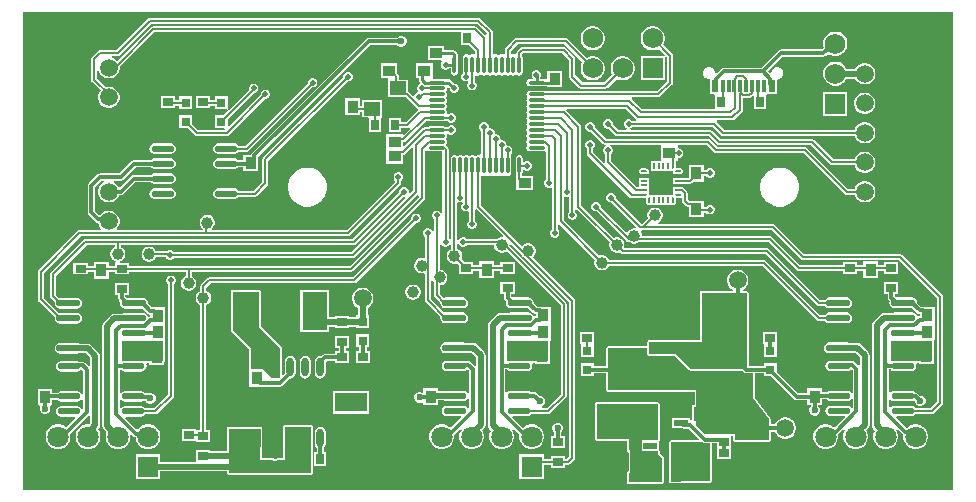
<source format=gbr>
%TF.GenerationSoftware,Altium Limited,Altium Designer,24.0.1 (36)*%
G04 Layer_Physical_Order=1*
G04 Layer_Color=255*
%FSLAX45Y45*%
%MOMM*%
%TF.SameCoordinates,1D19F893-C717-4D0B-B0CE-957F46A24576*%
%TF.FilePolarity,Positive*%
%TF.FileFunction,Copper,L1,Top,Signal*%
%TF.Part,Single*%
G01*
G75*
%TA.AperFunction,SMDPad,CuDef*%
%ADD10C,1.00000*%
%ADD11R,0.95000X1.10000*%
%ADD12R,1.10000X0.95000*%
%ADD13R,0.90000X0.70000*%
%ADD14R,0.55001X1.10000*%
%ADD15R,0.30000X1.10000*%
%ADD16O,2.04500X0.58801*%
%ADD17O,1.95021X0.56840*%
%ADD18R,2.69999X1.63500*%
%ADD19R,0.80000X0.80000*%
%AMCUSTOMSHAPE20*
4,1,6,-0.25276,-0.09996,-0.25276,0.09996,0.25225,0.09996,0.25276,-0.00004,0.15276,-0.09996,-0.25276,-0.09996,-0.25276,-0.09996,0.0*%
%ADD20CUSTOMSHAPE20*%

%AMCUSTOMSHAPE21*
4,1,6,-0.25276,0.10000,0.15276,0.10000,0.25276,0.00000,0.25225,-0.10000,-0.25276,-0.10000,-0.25276,0.10000,-0.25276,0.10000,0.0*%
%ADD21CUSTOMSHAPE21*%

%AMCUSTOMSHAPE22*
4,1,6,-0.10000,0.25276,0.10000,0.25276,0.10000,-0.25225,0.00000,-0.25276,-0.10000,-0.15276,-0.10000,0.25276,-0.10000,0.25276,0.0*%
%ADD22CUSTOMSHAPE22*%

%AMCUSTOMSHAPE23*
4,1,6,0.10000,0.25278,0.10000,-0.15273,0.00000,-0.25278,-0.10000,-0.25225,-0.10000,0.25278,0.10000,0.25278,0.10000,0.25278,0.0*%
%ADD23CUSTOMSHAPE23*%

%AMCUSTOMSHAPE24*
4,1,6,0.25277,0.09996,0.25277,-0.09996,-0.25223,-0.09996,-0.25277,-0.00001,-0.15274,0.09996,0.25277,0.09996,0.25277,0.09996,0.0*%
%ADD24CUSTOMSHAPE24*%

%AMCUSTOMSHAPE25*
4,1,6,0.25274,-0.09999,-0.15277,-0.09999,-0.25274,0.00001,-0.25226,0.09999,0.25274,0.09999,0.25274,-0.09999,0.25274,-0.09999,0.0*%
%ADD25CUSTOMSHAPE25*%

%AMCUSTOMSHAPE26*
4,1,6,0.10000,-0.25274,-0.10000,-0.25274,-0.10000,0.25223,0.00000,0.25274,0.10000,0.15274,0.10000,-0.25274,0.10000,-0.25274,0.0*%
%ADD26CUSTOMSHAPE26*%

%AMCUSTOMSHAPE27*
4,1,6,-0.09999,-0.25281,-0.09999,0.15270,0.00001,0.25281,0.09999,0.25222,0.09999,-0.25281,-0.09999,-0.25281,-0.09999,-0.25281,0.0*%
%ADD27CUSTOMSHAPE27*%

%ADD28R,0.20000X0.50500*%
%ADD29R,0.50500X0.20000*%
%ADD30R,1.70000X1.70000*%
%ADD31R,0.70000X0.90000*%
%ADD32O,1.50000X0.27000*%
%ADD33O,0.27000X1.50000*%
%ADD34R,1.40000X1.20000*%
%ADD35R,1.20000X0.60000*%
%ADD36R,0.85001X2.00000*%
%ADD37R,0.95001X1.20000*%
%ADD38R,2.47000X0.98001*%
%ADD39R,2.47000X3.59999*%
%ADD40C,1.50000*%
%ADD41O,0.60000X1.60000*%
%ADD42R,3.19999X2.50000*%
%ADD43R,2.15001X3.32001*%
%TA.AperFunction,Conductor*%
%ADD44C,0.20000*%
%ADD45C,0.30000*%
%ADD46C,0.25000*%
%ADD47C,0.50000*%
%TA.AperFunction,ComponentPad*%
%ADD48O,1.20000X1.80000*%
%ADD49O,1.10000X2.00000*%
%ADD50C,1.80000*%
%ADD51R,1.80000X1.80000*%
%ADD52C,1.75000*%
%ADD53R,1.75000X1.75000*%
%ADD54R,1.75000X1.75000*%
%ADD55C,1.50000*%
%TA.AperFunction,ViaPad*%
%ADD56C,0.50000*%
%ADD57C,0.60000*%
G36*
X3200000Y-2975000D02*
X-4675000D01*
Y1075000D01*
X3200000D01*
Y-2975000D01*
D02*
G37*
%LPC*%
G36*
X-1466049Y870000D02*
X-1483951D01*
X-1500491Y863149D01*
X-1508052Y855588D01*
X-1749999D01*
X-1750000Y855588D01*
X-1761705Y853259D01*
X-1771629Y846629D01*
X-1771629Y846628D01*
X-2739128Y-120870D01*
X-2745758Y-130794D01*
X-2746595Y-134999D01*
X-2812499D01*
Y-180913D01*
X-2853617D01*
X-2854095Y-180197D01*
X-2868458Y-170600D01*
X-2885399Y-167230D01*
X-3023580D01*
X-3040522Y-170600D01*
X-3054884Y-180197D01*
X-3064481Y-194559D01*
X-3067851Y-211501D01*
X-3064481Y-228443D01*
X-3054884Y-242805D01*
X-3040522Y-252402D01*
X-3023580Y-255772D01*
X-2885399D01*
X-2868458Y-252402D01*
X-2854095Y-242805D01*
X-2853617Y-242089D01*
X-2812499D01*
Y-274999D01*
X-2687499D01*
Y-175455D01*
X-2686911Y-172499D01*
X-2686911Y-172497D01*
Y-155169D01*
X-1737330Y794412D01*
X-1508052D01*
X-1500491Y786851D01*
X-1483951Y780000D01*
X-1466049D01*
X-1449510Y786851D01*
X-1436851Y799509D01*
X-1430000Y816049D01*
Y833951D01*
X-1436851Y850490D01*
X-1449510Y863149D01*
X-1466049Y870000D01*
D02*
G37*
G36*
X159494Y952500D02*
X132506D01*
X106436Y945515D01*
X83064Y932020D01*
X63980Y912936D01*
X50485Y889564D01*
X43500Y863494D01*
Y836506D01*
X50485Y810437D01*
X63980Y787064D01*
X83064Y767980D01*
X106436Y754485D01*
X132506Y747500D01*
X159494D01*
X185564Y754485D01*
X208936Y767980D01*
X228020Y787064D01*
X241515Y810437D01*
X248500Y836506D01*
Y863494D01*
X241515Y889564D01*
X228020Y912936D01*
X208936Y932020D01*
X185564Y945515D01*
X159494Y952500D01*
D02*
G37*
G36*
X667494D02*
X640506D01*
X614436Y945515D01*
X591064Y932020D01*
X571980Y912936D01*
X558485Y889564D01*
X551500Y863494D01*
Y836506D01*
X558485Y810437D01*
X571980Y787064D01*
X591064Y767980D01*
X614436Y754485D01*
X640506Y747500D01*
X667494D01*
X693564Y754485D01*
X706182Y761771D01*
X756931Y711022D01*
X751492Y698501D01*
X745875Y698500D01*
X551500D01*
Y493500D01*
X756500D01*
Y685320D01*
X759999Y688308D01*
X769200Y691689D01*
X774510Y687726D01*
Y485558D01*
X689453Y400501D01*
X-250349D01*
X-252380Y401858D01*
X-263500Y404070D01*
X-386500D01*
X-397620Y401858D01*
X-407047Y395559D01*
X-413346Y386132D01*
X-415558Y375011D01*
X-413346Y363891D01*
X-407047Y354464D01*
Y345546D01*
X-413346Y336119D01*
X-415558Y324999D01*
X-413346Y313879D01*
X-407047Y304452D01*
Y295559D01*
X-413346Y286132D01*
X-415558Y275012D01*
X-413346Y263892D01*
X-407047Y254465D01*
Y245546D01*
X-413346Y236119D01*
X-415558Y224999D01*
X-413346Y213879D01*
X-407047Y204452D01*
Y195559D01*
X-413346Y186132D01*
X-415558Y175012D01*
X-413346Y163892D01*
X-407047Y154465D01*
Y145546D01*
X-413346Y136119D01*
X-415558Y124999D01*
X-413346Y113879D01*
X-407047Y104452D01*
Y95559D01*
X-413346Y86132D01*
X-415558Y75012D01*
X-413346Y63892D01*
X-407047Y54465D01*
Y45547D01*
X-413346Y36120D01*
X-415558Y24999D01*
X-413346Y13879D01*
X-407047Y4452D01*
Y-4441D01*
X-413346Y-13868D01*
X-415558Y-24988D01*
X-413346Y-36108D01*
X-407047Y-45535D01*
Y-54453D01*
X-413346Y-63880D01*
X-415558Y-75000D01*
X-413346Y-86120D01*
X-407047Y-95548D01*
X-397620Y-101847D01*
X-386500Y-104059D01*
X-263500D01*
X-263190Y-103997D01*
X-250489Y-114420D01*
Y-343921D01*
X-258910Y-352342D01*
X-265000Y-367043D01*
Y-382957D01*
X-258910Y-397658D01*
X-247658Y-408910D01*
X-232957Y-415000D01*
X-217044D01*
X-213190Y-413404D01*
X-200490Y-421889D01*
Y-768921D01*
X-208910Y-777342D01*
X-215000Y-792043D01*
Y-807956D01*
X-208910Y-822658D01*
X-197658Y-833910D01*
X-182956Y-840000D01*
X-167043D01*
X-152342Y-833910D01*
X-141090Y-822658D01*
X-135000Y-807956D01*
Y-792043D01*
X-141090Y-777342D01*
X-149510Y-768921D01*
Y-729498D01*
X-136810Y-724237D01*
X164311Y-1025358D01*
X160000Y-1041442D01*
Y-1058557D01*
X164430Y-1075089D01*
X172987Y-1089911D01*
X185090Y-1102013D01*
X199911Y-1110570D01*
X216443Y-1115000D01*
X233558D01*
X250089Y-1110570D01*
X264911Y-1102013D01*
X277013Y-1089911D01*
X285339Y-1075490D01*
X1585079D01*
X2009589Y-1500000D01*
X2044112Y-1534524D01*
X2045352Y-1535352D01*
D01*
X2052382Y-1540049D01*
X2062137Y-1541990D01*
X2113541D01*
X2117898Y-1548511D01*
X2132585Y-1558324D01*
X2149909Y-1561770D01*
X2295609D01*
X2312933Y-1558324D01*
X2327620Y-1548511D01*
X2337433Y-1533824D01*
X2340879Y-1516500D01*
X2337433Y-1499176D01*
X2327620Y-1484489D01*
X2312933Y-1474675D01*
X2295609Y-1471229D01*
X2149909D01*
X2132585Y-1474675D01*
X2117898Y-1484489D01*
X2113541Y-1491010D01*
X2072695D01*
X1613660Y-1031976D01*
X1605391Y-1026451D01*
X1595637Y-1024510D01*
X285339D01*
X277013Y-1010089D01*
X264911Y-997987D01*
X250089Y-989430D01*
X233558Y-985000D01*
X216443D01*
X200358Y-989310D01*
X-99510Y-689442D01*
Y-496890D01*
X-86810Y-488404D01*
X-82957Y-490000D01*
X-67044D01*
X-63190Y-488404D01*
X-50489Y-496890D01*
Y-618921D01*
X-58910Y-627342D01*
X-65000Y-642043D01*
Y-657957D01*
X-58910Y-672658D01*
X-47658Y-683910D01*
X-32956Y-690000D01*
X-17043D01*
X-2342Y-683910D01*
X8910Y-672658D01*
X15000Y-657957D01*
Y-642043D01*
X8910Y-627342D01*
X490Y-618922D01*
Y-604498D01*
X13190Y-599238D01*
X289310Y-875358D01*
X285000Y-891442D01*
Y-908557D01*
X289430Y-925089D01*
X297987Y-939911D01*
X310089Y-952013D01*
X324911Y-960570D01*
X341443Y-965000D01*
X358558D01*
X374642Y-960690D01*
X381976Y-968024D01*
X390246Y-973549D01*
X400000Y-975490D01*
X1612079D01*
X2044113Y-1407524D01*
X2052382Y-1413049D01*
X2062137Y-1414990D01*
X2113541D01*
X2117898Y-1421511D01*
X2132585Y-1431324D01*
X2149909Y-1434770D01*
X2295609D01*
X2312933Y-1431324D01*
X2327620Y-1421511D01*
X2337433Y-1406824D01*
X2340879Y-1389500D01*
X2337433Y-1372176D01*
X2327620Y-1357489D01*
X2312933Y-1347675D01*
X2295609Y-1344229D01*
X2149909D01*
X2132585Y-1347675D01*
X2117898Y-1357489D01*
X2113541Y-1364010D01*
X2072695D01*
X1640660Y-931976D01*
X1632391Y-926451D01*
X1622637Y-924510D01*
X421156D01*
X413425Y-914435D01*
X415000Y-908557D01*
Y-891442D01*
X410570Y-874911D01*
X402013Y-860089D01*
X389911Y-847987D01*
X375089Y-839430D01*
X358558Y-835000D01*
X341443D01*
X325358Y-839310D01*
X50490Y-564442D01*
Y100000D01*
X48550Y109754D01*
X43024Y118024D01*
X-78068Y239116D01*
X-72807Y251816D01*
X424664D01*
X513290Y163190D01*
X512113Y156641D01*
X508636Y150490D01*
X481079D01*
X472658Y158910D01*
X457957Y165000D01*
X442044D01*
X427342Y158910D01*
X416090Y147658D01*
X410000Y132957D01*
Y117043D01*
X416090Y102342D01*
X427342Y91090D01*
X434344Y88190D01*
X431817Y75490D01*
X360558D01*
X315000Y121048D01*
Y132957D01*
X308910Y147658D01*
X297658Y158910D01*
X282957Y165000D01*
X267043D01*
X252342Y158910D01*
X241090Y147658D01*
X235000Y132957D01*
Y117043D01*
X241090Y102342D01*
X252342Y91090D01*
X267043Y85000D01*
X278952D01*
X331976Y31976D01*
X340246Y26451D01*
X350000Y24510D01*
X1130468D01*
X1200061Y-45082D01*
X1208330Y-50608D01*
X1218084Y-52548D01*
X1991501D01*
X2156963Y-218010D01*
X2165232Y-223536D01*
X2174987Y-225476D01*
X2363655D01*
X2366134Y-234725D01*
X2377983Y-255247D01*
X2394739Y-272004D01*
X2415262Y-283853D01*
X2438152Y-289986D01*
X2461849D01*
X2484739Y-283853D01*
X2505261Y-272004D01*
X2522018Y-255247D01*
X2533867Y-234725D01*
X2540000Y-211835D01*
Y-188138D01*
X2533867Y-165248D01*
X2522018Y-144725D01*
X2505261Y-127969D01*
X2484739Y-116120D01*
X2461849Y-109987D01*
X2438152D01*
X2415262Y-116120D01*
X2394739Y-127969D01*
X2377983Y-144725D01*
X2366134Y-165248D01*
X2363655Y-174497D01*
X2185545D01*
X2020083Y-9035D01*
X2011813Y-3509D01*
X2002059Y-1569D01*
X1228643D01*
X1159050Y68024D01*
X1150781Y73549D01*
X1141026Y75490D01*
X468183D01*
X465657Y88190D01*
X472658Y91090D01*
X481079Y99510D01*
X1164442D01*
X1231978Y31974D01*
X1240248Y26449D01*
X1250002Y24508D01*
X2363662D01*
X2366134Y15285D01*
X2377983Y-5238D01*
X2394739Y-21994D01*
X2415262Y-33843D01*
X2438152Y-39977D01*
X2461849D01*
X2484739Y-33843D01*
X2505261Y-21994D01*
X2522018Y-5238D01*
X2533867Y15285D01*
X2540000Y38175D01*
Y61872D01*
X2533867Y84762D01*
X2522018Y105284D01*
X2505261Y122041D01*
X2484739Y133890D01*
X2461849Y140023D01*
X2438152D01*
X2415262Y133890D01*
X2394739Y122041D01*
X2377983Y105284D01*
X2366134Y84762D01*
X2363649Y75488D01*
X1260561D01*
X1194637Y141410D01*
X1195814Y147959D01*
X1199291Y154110D01*
X1329600D01*
X1339355Y156051D01*
X1347624Y161576D01*
X1411931Y225883D01*
X1417457Y234153D01*
X1419397Y243907D01*
Y342221D01*
X1420859Y343421D01*
X1471569D01*
X1481323Y345361D01*
X1489592Y350887D01*
X1502299Y363593D01*
X1514999Y358332D01*
Y250002D01*
X1614999D01*
Y370001D01*
X1624008Y378912D01*
X1703699D01*
Y496336D01*
X1712680Y505316D01*
X1717068D01*
X1720019Y506538D01*
X1723213Y506524D01*
X1735950Y511732D01*
X1738219Y513980D01*
X1741181Y515175D01*
X1750998Y524817D01*
X1752247Y527756D01*
X1754537Y529984D01*
X1759975Y542624D01*
X1760018Y545818D01*
X1761294Y548746D01*
X1761418Y555625D01*
X1761303Y555918D01*
X1761418Y556213D01*
X1761294Y563092D01*
X1760019Y566020D01*
X1759975Y569214D01*
X1754538Y581854D01*
X1752249Y584082D01*
X1751000Y587022D01*
X1741183Y596664D01*
X1738221Y597860D01*
X1735953Y600108D01*
X1723217Y605317D01*
X1720022Y605303D01*
X1717071Y606525D01*
X1703311Y606526D01*
X1700360Y605303D01*
X1697166Y605318D01*
X1684429Y600110D01*
X1682160Y597862D01*
X1679198Y596666D01*
X1669380Y587025D01*
X1668132Y584085D01*
X1665842Y581857D01*
X1660404Y569217D01*
X1660361Y566024D01*
X1659085Y563095D01*
X1659024Y559731D01*
X1650330Y554872D01*
X1646278Y554516D01*
X1631885Y568909D01*
X1757389Y694412D01*
X2099999D01*
X2100000Y694412D01*
X2111705Y696741D01*
X2121629Y703371D01*
X2139076Y720818D01*
X2160436Y708485D01*
X2186506Y701500D01*
X2213494D01*
X2239563Y708485D01*
X2262936Y721980D01*
X2282020Y741064D01*
X2295515Y764436D01*
X2302500Y790506D01*
Y817494D01*
X2295515Y843563D01*
X2282020Y866936D01*
X2262936Y886020D01*
X2239563Y899515D01*
X2213494Y906500D01*
X2186506D01*
X2160436Y899515D01*
X2137064Y886020D01*
X2117980Y866936D01*
X2104485Y843563D01*
X2097500Y817494D01*
Y790506D01*
X2102730Y770988D01*
X2087330Y755588D01*
X1744719D01*
X1733013Y753259D01*
X1723090Y746629D01*
X1723090Y746628D01*
X1575958Y599497D01*
X1253761D01*
X1242056Y597168D01*
X1232132Y590538D01*
X1196098Y554503D01*
X1192028Y554863D01*
X1183353Y559719D01*
X1183292Y563092D01*
X1182016Y566020D01*
X1181973Y569214D01*
X1176536Y581854D01*
X1174247Y584082D01*
X1172998Y587022D01*
X1163181Y596664D01*
X1160219Y597860D01*
X1157950Y600108D01*
X1145214Y605317D01*
X1142020Y605303D01*
X1139068Y606525D01*
X1125308Y606526D01*
X1122357Y605303D01*
X1119163Y605318D01*
X1106427Y600110D01*
X1104158Y597862D01*
X1101196Y596666D01*
X1091378Y587025D01*
X1090129Y584085D01*
X1087840Y581857D01*
X1082402Y569217D01*
X1082358Y566024D01*
X1081083Y563095D01*
X1080958Y556217D01*
X1081016Y556069D01*
X1080955Y555922D01*
X1081016Y555776D01*
X1080958Y555629D01*
X1081082Y548750D01*
X1082358Y545822D01*
X1082401Y542628D01*
X1087838Y529987D01*
X1090127Y527759D01*
X1091376Y524819D01*
X1101193Y515178D01*
X1104155Y513982D01*
X1106424Y511733D01*
X1119160Y506525D01*
X1122354Y506539D01*
X1125306Y505316D01*
X1138689Y505316D01*
Y378912D01*
X1175993D01*
X1185002Y370001D01*
Y250490D01*
X562290D01*
X475958Y336822D01*
X481218Y349522D01*
X700011D01*
X709766Y351462D01*
X718035Y356988D01*
X818024Y456976D01*
X823549Y465246D01*
X825490Y475000D01*
Y704000D01*
X823549Y713755D01*
X818024Y722024D01*
X742229Y797818D01*
X749515Y810437D01*
X756500Y836506D01*
Y863494D01*
X749515Y889564D01*
X736020Y912936D01*
X716936Y932020D01*
X693564Y945515D01*
X667494Y952500D01*
D02*
G37*
G36*
X-1109998Y787499D02*
X-1249998D01*
Y662499D01*
X-1137027D01*
X-1131766Y649799D01*
X-1133909Y647656D01*
X-1139998Y632955D01*
Y617042D01*
X-1133909Y602340D01*
X-1122656Y591088D01*
X-1107955Y584998D01*
X-1092042D01*
X-1077340Y591088D01*
X-1071469Y596960D01*
X-1054057D01*
Y563498D01*
X-1051845Y552378D01*
X-1045546Y542951D01*
X-1036119Y536652D01*
X-1024998Y534440D01*
X-1013878Y536652D01*
X-1004451Y542951D01*
X-998152Y552378D01*
X-995940Y563498D01*
Y686498D01*
X-996960Y691625D01*
Y710354D01*
X-999094Y721084D01*
X-1005172Y730180D01*
X-1019817Y744825D01*
X-1028913Y750903D01*
X-1039643Y753037D01*
X-1109998D01*
Y787499D01*
D02*
G37*
G36*
X-825000Y1025490D02*
X-3600000D01*
X-3609754Y1023549D01*
X-3618024Y1018024D01*
X-3885558Y750490D01*
X-4025000D01*
X-4034755Y748549D01*
X-4043024Y743024D01*
X-4093024Y693024D01*
X-4098549Y684755D01*
X-4100490Y675000D01*
Y500000D01*
X-4098549Y490246D01*
X-4093024Y481976D01*
X-4019149Y408102D01*
X-4022018Y405233D01*
X-4033866Y384711D01*
X-4040000Y361821D01*
Y338124D01*
X-4033866Y315234D01*
X-4022018Y294711D01*
X-4005261Y277955D01*
X-3984739Y266106D01*
X-3961849Y259973D01*
X-3938151D01*
X-3915261Y266106D01*
X-3894739Y277955D01*
X-3877982Y294711D01*
X-3866133Y315234D01*
X-3860000Y338124D01*
Y361821D01*
X-3866133Y384711D01*
X-3877982Y405233D01*
X-3894739Y421990D01*
X-3915261Y433839D01*
X-3938151Y439972D01*
X-3961849D01*
X-3975316Y436364D01*
X-4049510Y510558D01*
Y574563D01*
X-4036810Y576235D01*
X-4033866Y565249D01*
X-4022018Y544726D01*
X-4005261Y527969D01*
X-3984739Y516121D01*
X-3961849Y509987D01*
X-3938151D01*
X-3915261Y516121D01*
X-3894739Y527969D01*
X-3877982Y544726D01*
X-3866133Y565249D01*
X-3860000Y588139D01*
Y604910D01*
X-3857115Y606837D01*
X-3564442Y899510D01*
X-965002D01*
Y790001D01*
X-901050D01*
X-850489Y739440D01*
Y719680D01*
X-863189Y712892D01*
X-863866Y713345D01*
X-874986Y715556D01*
X-886106Y713345D01*
X-895533Y707045D01*
X-904452D01*
X-913879Y713345D01*
X-924999Y715556D01*
X-936119Y713345D01*
X-945546Y707045D01*
X-951845Y697618D01*
X-954057Y686498D01*
Y563498D01*
X-952234Y554334D01*
X-958910Y547658D01*
X-965000Y532957D01*
Y517043D01*
X-958910Y502342D01*
X-947658Y491090D01*
X-932956Y485000D01*
X-917043D01*
X-913183Y486599D01*
X-912406Y486262D01*
X-905557Y476011D01*
X-908910Y472658D01*
X-915000Y457957D01*
Y442044D01*
X-908910Y427342D01*
X-897658Y416090D01*
X-882957Y410000D01*
X-867043D01*
X-852342Y416090D01*
X-841090Y427342D01*
X-835000Y442044D01*
Y457957D01*
X-841090Y472658D01*
X-849503Y481072D01*
Y530321D01*
X-836803Y537109D01*
X-836119Y536652D01*
X-824999Y534440D01*
X-813879Y536652D01*
X-804452Y542951D01*
X-795533D01*
X-786106Y536652D01*
X-774986Y534440D01*
X-763866Y536652D01*
X-754439Y542951D01*
X-745546D01*
X-736119Y536652D01*
X-724999Y534440D01*
X-713879Y536652D01*
X-704452Y542951D01*
X-695534D01*
X-686107Y536652D01*
X-674986Y534440D01*
X-663866Y536652D01*
X-654439Y542951D01*
X-645546D01*
X-636119Y536652D01*
X-624999Y534440D01*
X-613879Y536652D01*
X-604452Y542951D01*
X-595534D01*
X-586107Y536652D01*
X-574987Y534440D01*
X-563867Y536652D01*
X-554440Y542951D01*
X-545547D01*
X-536120Y536652D01*
X-524999Y534440D01*
X-513879Y536652D01*
X-504452Y542951D01*
X-495534D01*
X-486107Y536652D01*
X-474987Y534440D01*
X-463867Y536652D01*
X-454440Y542951D01*
X-448140Y552378D01*
X-445928Y563498D01*
Y686498D01*
X-448140Y697618D01*
X-449497Y699649D01*
Y714455D01*
X-439442Y724510D01*
X-110558D01*
X-50490Y664442D01*
Y525000D01*
X-48549Y515246D01*
X-43024Y506976D01*
X31976Y431976D01*
X40246Y426451D01*
X50000Y424510D01*
X254000D01*
X263755Y426451D01*
X272024Y431976D01*
X347818Y507771D01*
X360436Y500485D01*
X386506Y493500D01*
X413494D01*
X439564Y500485D01*
X462936Y513980D01*
X482020Y533064D01*
X495515Y556437D01*
X502500Y582506D01*
Y609494D01*
X495515Y635564D01*
X482020Y658936D01*
X462936Y678020D01*
X439564Y691515D01*
X413494Y698500D01*
X386506D01*
X360436Y691515D01*
X337064Y678020D01*
X317980Y658936D01*
X304485Y635564D01*
X297500Y609494D01*
Y582506D01*
X304485Y556437D01*
X311771Y543818D01*
X243442Y475490D01*
X60558D01*
X490Y535558D01*
Y675000D01*
X-1451Y684754D01*
X-6976Y693024D01*
X-81976Y768024D01*
X-90245Y773549D01*
X-100000Y775490D01*
X-450000D01*
X-459754Y773549D01*
X-468024Y768024D01*
X-493011Y743037D01*
X-498536Y734768D01*
X-500477Y725013D01*
Y719663D01*
X-513177Y712875D01*
X-513879Y713345D01*
X-524999Y715556D01*
X-536120Y713345D01*
X-536797Y712892D01*
X-549497Y719680D01*
Y739455D01*
X-489442Y799510D01*
X-93558D01*
X57771Y648182D01*
X50485Y635564D01*
X43500Y609494D01*
Y582506D01*
X50485Y556437D01*
X63980Y533064D01*
X83064Y513980D01*
X106436Y500485D01*
X132506Y493500D01*
X159494D01*
X185564Y500485D01*
X208936Y513980D01*
X228020Y533064D01*
X241515Y556437D01*
X248500Y582506D01*
Y609494D01*
X241515Y635564D01*
X228020Y658936D01*
X208936Y678020D01*
X185564Y691515D01*
X159494Y698500D01*
X132506D01*
X106436Y691515D01*
X93818Y684230D01*
X-64976Y843024D01*
X-73245Y848549D01*
X-83000Y850490D01*
X-500000D01*
X-509755Y848549D01*
X-518024Y843024D01*
X-593010Y768037D01*
X-598536Y759768D01*
X-600476Y750013D01*
Y719663D01*
X-613176Y712875D01*
X-613879Y713345D01*
X-624999Y715556D01*
X-636119Y713345D01*
X-645546Y707045D01*
X-654439D01*
X-663866Y713345D01*
X-674986Y715556D01*
X-686107Y713345D01*
X-686809Y712875D01*
X-699509Y719663D01*
Y899999D01*
X-701450Y909754D01*
X-706975Y918023D01*
X-806976Y1018024D01*
X-815245Y1023549D01*
X-825000Y1025490D01*
D02*
G37*
G36*
X2213494Y652500D02*
X2186506D01*
X2160436Y645515D01*
X2137064Y632020D01*
X2117980Y612936D01*
X2104485Y589563D01*
X2097500Y563494D01*
Y536506D01*
X2104485Y510436D01*
X2117980Y487064D01*
X2137064Y467980D01*
X2160436Y454485D01*
X2186506Y447500D01*
X2213494D01*
X2239563Y454485D01*
X2262936Y467980D01*
X2282020Y487064D01*
X2294817Y509229D01*
X2369631D01*
X2377983Y494764D01*
X2394739Y478007D01*
X2415262Y466158D01*
X2438152Y460025D01*
X2461849D01*
X2484739Y466158D01*
X2505261Y478007D01*
X2522018Y494764D01*
X2533867Y515286D01*
X2540000Y538176D01*
Y561873D01*
X2533867Y584763D01*
X2522018Y605286D01*
X2505261Y622042D01*
X2484739Y633891D01*
X2461849Y640025D01*
X2438152D01*
X2415262Y633891D01*
X2394739Y622042D01*
X2377983Y605286D01*
X2369617Y590796D01*
X2294803D01*
X2282020Y612936D01*
X2262936Y632020D01*
X2239563Y645515D01*
X2213494Y652500D01*
D02*
G37*
G36*
X-322044Y580000D02*
X-337957D01*
X-352658Y573910D01*
X-363910Y562658D01*
X-370000Y547956D01*
Y532043D01*
X-363910Y517342D01*
X-363338Y516770D01*
X-368599Y504070D01*
X-386500D01*
X-397620Y501858D01*
X-407047Y495559D01*
X-413346Y486131D01*
X-415558Y475011D01*
X-413346Y463891D01*
X-407047Y454464D01*
X-397620Y448165D01*
X-386500Y445953D01*
X-263500D01*
X-258373Y446973D01*
X-237499D01*
Y434998D01*
X-112499D01*
Y574997D01*
X-237499D01*
Y503050D01*
X-258373D01*
X-263500Y504070D01*
X-296239D01*
X-296662Y516770D01*
X-296090Y517342D01*
X-290000Y532043D01*
Y547956D01*
X-296090Y562658D01*
X-307342Y573910D01*
X-322044Y580000D01*
D02*
G37*
G36*
X-1210001Y637501D02*
X-1350001D01*
Y512501D01*
X-1328037D01*
Y499999D01*
X-1325903Y489269D01*
X-1319825Y480173D01*
X-1315340Y475688D01*
X-1318320Y460707D01*
X-1322658Y458910D01*
X-1333910Y447658D01*
X-1340000Y432956D01*
Y417043D01*
X-1333910Y402342D01*
X-1334079Y399604D01*
X-1338107Y388577D01*
X-1349374Y383910D01*
X-1360626Y372658D01*
X-1362976Y366985D01*
X-1377957Y364005D01*
X-1406976Y393024D01*
X-1415000Y398386D01*
Y500000D01*
X-1494518D01*
Y527498D01*
X-1496458Y537253D01*
X-1501984Y545522D01*
X-1510002Y553541D01*
Y637499D01*
X-1650002D01*
Y512499D01*
X-1585484D01*
X-1585000Y500000D01*
X-1585000D01*
Y350000D01*
X-1452462D01*
X-1450000Y349510D01*
X-1435558D01*
X-1344375Y258327D01*
X-1338272Y254250D01*
X-1336950Y251799D01*
X-1335796Y246078D01*
X-1335505Y239733D01*
X-1434750Y140488D01*
X-1475004D01*
Y174998D01*
X-1575004D01*
Y54999D01*
X-1475004D01*
Y89509D01*
X-1424192D01*
X-1414437Y91449D01*
X-1408777Y95231D01*
X-1400681Y85367D01*
X-1451903Y34144D01*
X-1460002Y37499D01*
Y37499D01*
X-1600001D01*
Y-87501D01*
X-1599998Y-87502D01*
Y-212502D01*
X-1459998D01*
Y-137494D01*
X-1452747Y-136051D01*
X-1444478Y-130526D01*
X-1387223Y-73271D01*
X-1375490Y-78131D01*
Y-439442D01*
X-1398267Y-462219D01*
X-1404671Y-459892D01*
X-1410000Y-455991D01*
Y-442044D01*
X-1416090Y-427342D01*
X-1427342Y-416090D01*
X-1442043Y-410000D01*
X-1457956D01*
X-1472658Y-416090D01*
X-1483910Y-427342D01*
X-1490000Y-442044D01*
Y-453952D01*
X-1885558Y-849510D01*
X-4150000D01*
X-4159754Y-851451D01*
X-4168024Y-856976D01*
X-4443024Y-1131976D01*
X-4448549Y-1140245D01*
X-4450490Y-1150000D01*
Y-1334591D01*
X-4448549Y-1344346D01*
X-4443024Y-1352615D01*
X-4408831Y-1386808D01*
X-4410361Y-1394500D01*
X-4406915Y-1411824D01*
X-4397102Y-1426511D01*
X-4382415Y-1436325D01*
X-4365091Y-1439771D01*
X-4219391D01*
X-4202067Y-1436325D01*
X-4187380Y-1426511D01*
X-4177567Y-1411824D01*
X-4174121Y-1394500D01*
X-4177567Y-1377176D01*
X-4187380Y-1362489D01*
X-4202067Y-1352676D01*
X-4219391Y-1349230D01*
X-4365091D01*
X-4372783Y-1350760D01*
X-4399510Y-1324033D01*
Y-1160558D01*
X-4139442Y-900490D01*
X-3900490D01*
Y-914661D01*
X-3914911Y-922987D01*
X-3927013Y-935089D01*
X-3935570Y-949911D01*
X-3940000Y-966443D01*
Y-983558D01*
X-3935570Y-1000089D01*
X-3927013Y-1014911D01*
X-3914911Y-1027013D01*
X-3900089Y-1035570D01*
X-3893633Y-1037300D01*
X-3895305Y-1050000D01*
X-3900000D01*
Y-1074510D01*
X-3952500D01*
Y-1045000D01*
X-4077500D01*
Y-1074511D01*
X-4130000D01*
Y-1050000D01*
X-4250000D01*
Y-1150000D01*
X-4130000D01*
Y-1125490D01*
X-4077500D01*
Y-1185000D01*
X-3952500D01*
Y-1125490D01*
X-3900000D01*
Y-1150000D01*
X-3780000D01*
Y-1125490D01*
X-3300490D01*
Y-1164661D01*
X-3314911Y-1172987D01*
X-3327013Y-1185089D01*
X-3335570Y-1199911D01*
X-3340000Y-1216443D01*
Y-1233558D01*
X-3335570Y-1250089D01*
X-3327013Y-1264911D01*
X-3314911Y-1277013D01*
X-3300089Y-1285570D01*
X-3283558Y-1290000D01*
X-3266443D01*
X-3249911Y-1285570D01*
X-3235089Y-1277013D01*
X-3222987Y-1264911D01*
X-3214430Y-1250089D01*
X-3210000Y-1233558D01*
Y-1216443D01*
X-3214430Y-1199911D01*
X-3222987Y-1185089D01*
X-3235089Y-1172987D01*
X-3249510Y-1164661D01*
Y-1125490D01*
X-1900000D01*
X-1890246Y-1123549D01*
X-1881976Y-1118024D01*
X-1281976Y-518024D01*
X-1276451Y-509754D01*
X-1274510Y-500000D01*
Y-106342D01*
X-1268123Y-100554D01*
X-1257032Y-95548D01*
X-1247605Y-101847D01*
X-1236485Y-104059D01*
X-1125490D01*
Y-631816D01*
X-1138190Y-634343D01*
X-1141090Y-627342D01*
X-1152342Y-616090D01*
X-1167043Y-610000D01*
X-1182956D01*
X-1197658Y-616090D01*
X-1208910Y-627342D01*
X-1215000Y-642043D01*
Y-657957D01*
X-1208910Y-672658D01*
X-1200490Y-681079D01*
Y-781817D01*
X-1213190Y-784343D01*
X-1216090Y-777342D01*
X-1227342Y-766090D01*
X-1242043Y-760000D01*
X-1257957D01*
X-1272658Y-766090D01*
X-1283910Y-777342D01*
X-1290000Y-792043D01*
Y-807956D01*
X-1283910Y-822658D01*
X-1275490Y-831079D01*
Y-1003844D01*
X-1285565Y-1011575D01*
X-1291442Y-1010000D01*
X-1308557D01*
X-1325089Y-1014430D01*
X-1339911Y-1022987D01*
X-1352013Y-1035089D01*
X-1360570Y-1049911D01*
X-1365000Y-1066442D01*
Y-1083557D01*
X-1360570Y-1100089D01*
X-1352013Y-1114911D01*
X-1339911Y-1127013D01*
X-1325089Y-1135570D01*
X-1308557Y-1140000D01*
X-1291442D01*
X-1285565Y-1138425D01*
X-1275490Y-1146156D01*
Y-1366591D01*
X-1273549Y-1376345D01*
X-1268024Y-1384614D01*
X-1143831Y-1508807D01*
X-1145361Y-1516500D01*
X-1141915Y-1533824D01*
X-1132102Y-1548511D01*
X-1117415Y-1558324D01*
X-1100091Y-1561770D01*
X-954391D01*
X-937067Y-1558324D01*
X-922380Y-1548511D01*
X-912567Y-1533824D01*
X-909121Y-1516500D01*
X-912567Y-1499176D01*
X-922380Y-1484489D01*
X-937067Y-1474675D01*
X-954391Y-1471229D01*
X-1100091D01*
X-1107783Y-1472760D01*
X-1224510Y-1356033D01*
Y-1197132D01*
X-1211810Y-1195461D01*
X-1210570Y-1200089D01*
X-1202013Y-1214911D01*
X-1200490Y-1216434D01*
Y-1325000D01*
X-1198549Y-1334755D01*
X-1193024Y-1343024D01*
X-1145067Y-1390981D01*
X-1141915Y-1406824D01*
X-1132102Y-1421511D01*
X-1117415Y-1431324D01*
X-1100091Y-1434770D01*
X-954391D01*
X-937067Y-1431324D01*
X-922380Y-1421511D01*
X-912567Y-1406824D01*
X-909121Y-1389500D01*
X-912567Y-1372176D01*
X-922380Y-1357489D01*
X-937067Y-1347675D01*
X-954391Y-1344229D01*
X-1100091D01*
X-1116466Y-1347487D01*
X-1149510Y-1314442D01*
Y-1240000D01*
X-1141442D01*
X-1124911Y-1235570D01*
X-1110089Y-1227013D01*
X-1097987Y-1214911D01*
X-1089430Y-1200089D01*
X-1085000Y-1183557D01*
Y-1166442D01*
X-1089430Y-1149911D01*
X-1097987Y-1135089D01*
X-1110089Y-1122987D01*
X-1124911Y-1114430D01*
X-1141442Y-1110000D01*
X-1149510D01*
Y-893184D01*
X-1136810Y-890657D01*
X-1133910Y-897658D01*
X-1122658Y-908910D01*
X-1107957Y-915000D01*
X-1092044D01*
X-1077342Y-908910D01*
X-1066090Y-897658D01*
X-1063188Y-890653D01*
X-1050488Y-893179D01*
Y-934663D01*
X-1064909Y-942989D01*
X-1077011Y-955091D01*
X-1085569Y-969912D01*
X-1089998Y-986444D01*
Y-1003559D01*
X-1085569Y-1020091D01*
X-1077011Y-1034912D01*
X-1064909Y-1047014D01*
X-1050088Y-1055572D01*
X-1033556Y-1060001D01*
X-1016441D01*
X-1000356Y-1055691D01*
X-985351Y-1070697D01*
X-985000Y-1072463D01*
Y-1145000D01*
X-865000D01*
Y-1120490D01*
X-812500D01*
Y-1180000D01*
X-687500D01*
Y-1120490D01*
X-635000D01*
Y-1145000D01*
X-515000D01*
Y-1045000D01*
X-635000D01*
Y-1069510D01*
X-687500D01*
Y-1040000D01*
X-812500D01*
Y-1069510D01*
X-865000D01*
Y-1045000D01*
X-939955D01*
X-941976Y-1041976D01*
X-964309Y-1019644D01*
X-959999Y-1003559D01*
Y-986444D01*
X-964428Y-969912D01*
X-972986Y-955091D01*
X-985088Y-942989D01*
X-999509Y-934663D01*
Y-893187D01*
X-986809Y-890660D01*
X-983910Y-897658D01*
X-972658Y-908910D01*
X-957956Y-915000D01*
X-942043D01*
X-927342Y-908910D01*
X-918921Y-900490D01*
X-690000D01*
Y-908557D01*
X-685570Y-925089D01*
X-677013Y-939911D01*
X-664911Y-952013D01*
X-650089Y-960570D01*
X-633558Y-965000D01*
X-616443D01*
X-599911Y-960570D01*
X-585089Y-952013D01*
X-584562Y-951486D01*
X-125490Y-1410558D01*
Y-2164442D01*
X-239782Y-2278735D01*
X-278950D01*
X-281476Y-2266035D01*
X-274509Y-2263149D01*
X-261851Y-2250491D01*
X-255000Y-2233951D01*
Y-2216049D01*
X-261851Y-2199510D01*
X-274509Y-2186851D01*
X-291049Y-2180000D01*
X-301742D01*
X-326147Y-2155596D01*
X-336070Y-2148965D01*
X-347776Y-2146637D01*
X-347777Y-2146637D01*
X-378617D01*
X-379095Y-2145921D01*
X-393458Y-2136324D01*
X-410399Y-2132954D01*
X-548580D01*
X-565522Y-2136324D01*
X-579884Y-2145921D01*
X-581712Y-2148656D01*
X-594412Y-2144804D01*
Y-1953812D01*
X-580363D01*
X-579884Y-1954528D01*
X-565522Y-1964125D01*
X-548580Y-1967495D01*
X-410399D01*
X-393458Y-1964125D01*
X-379095Y-1954528D01*
X-369498Y-1940166D01*
X-366129Y-1923224D01*
X-368971Y-1908936D01*
X-362100Y-1896236D01*
X-342500D01*
Y-1910000D01*
X-217500D01*
Y-1889020D01*
X-213764Y-1880000D01*
Y-1710000D01*
X-210088Y-1704500D01*
X-208010D01*
Y-1564500D01*
X-208010D01*
X-208010Y-1551800D01*
Y-1424500D01*
X-300053D01*
X-303010Y-1423912D01*
X-303012Y-1423912D01*
X-321554D01*
X-354859Y-1390607D01*
X-354639Y-1389500D01*
X-358085Y-1372176D01*
X-367898Y-1357489D01*
X-382585Y-1347675D01*
X-399909Y-1344229D01*
X-533709D01*
X-544412Y-1333525D01*
Y-1315000D01*
X-515000D01*
Y-1215000D01*
X-635000D01*
Y-1315000D01*
X-605588D01*
Y-1346194D01*
X-605588Y-1346195D01*
X-603259Y-1357901D01*
X-596629Y-1367824D01*
X-588237Y-1376216D01*
X-590879Y-1389500D01*
X-587433Y-1406824D01*
X-577620Y-1421511D01*
X-562933Y-1431324D01*
X-545609Y-1434770D01*
X-399909D01*
X-397659Y-1434323D01*
X-355853Y-1476128D01*
X-345930Y-1482759D01*
X-334225Y-1485087D01*
X-333244Y-1494943D01*
X-333524Y-1498744D01*
X-345700Y-1505612D01*
X-348930Y-1505155D01*
X-357611Y-1501559D01*
X-358085Y-1499176D01*
X-367898Y-1484489D01*
X-382585Y-1474675D01*
X-399909Y-1471229D01*
X-545609D01*
X-562933Y-1474675D01*
X-564491Y-1475716D01*
X-637777D01*
X-653385Y-1478821D01*
X-666616Y-1487661D01*
X-666616Y-1487662D01*
X-728839Y-1549884D01*
X-737679Y-1563115D01*
X-740784Y-1578723D01*
X-740784Y-1578724D01*
Y-2428558D01*
X-740784Y-2428559D01*
X-737679Y-2444166D01*
X-728839Y-2457397D01*
X-714594Y-2471642D01*
X-720848Y-2482475D01*
X-728004Y-2509180D01*
Y-2536827D01*
X-720848Y-2563532D01*
X-707025Y-2587475D01*
X-687475Y-2607024D01*
X-663533Y-2620847D01*
X-636828Y-2628003D01*
X-609181D01*
X-582476Y-2620847D01*
X-558533Y-2607024D01*
X-538983Y-2587475D01*
X-525160Y-2563532D01*
X-518004Y-2536827D01*
Y-2509180D01*
X-525160Y-2482475D01*
X-535669Y-2464273D01*
X-525506Y-2456475D01*
X-477327Y-2504655D01*
X-477326Y-2504655D01*
X-473480Y-2507225D01*
X-474004Y-2509180D01*
Y-2536827D01*
X-466848Y-2563532D01*
X-453025Y-2587475D01*
X-433475Y-2607024D01*
X-409533Y-2620847D01*
X-382828Y-2628003D01*
X-355181D01*
X-328476Y-2620847D01*
X-304533Y-2607024D01*
X-284983Y-2587475D01*
X-271160Y-2563532D01*
X-264004Y-2536827D01*
Y-2509180D01*
X-271160Y-2482475D01*
X-284983Y-2458532D01*
X-304533Y-2438983D01*
X-328476Y-2425159D01*
X-355181Y-2418004D01*
X-382828D01*
X-409533Y-2425159D01*
X-433475Y-2438983D01*
X-444980Y-2450487D01*
X-535238Y-2360228D01*
X-530378Y-2348495D01*
X-410399D01*
X-393458Y-2345125D01*
X-379095Y-2335528D01*
X-375210Y-2329714D01*
X-229224D01*
X-219470Y-2327774D01*
X-211200Y-2322248D01*
X-81976Y-2193024D01*
X-76451Y-2184755D01*
X-74510Y-2175000D01*
Y-1400000D01*
X-76451Y-1390245D01*
X-81976Y-1381976D01*
X-558317Y-905635D01*
X-557628Y-895114D01*
X-545729Y-890318D01*
X-460039Y-976008D01*
X-452013Y-989911D01*
X-439911Y-1002013D01*
X-426008Y-1010039D01*
X-50490Y-1385558D01*
Y-2689442D01*
X-70557Y-2709509D01*
X-90001D01*
Y-2684999D01*
X-210000D01*
Y-2709509D01*
X-264004D01*
Y-2672004D01*
X-474004D01*
Y-2882003D01*
X-264004D01*
Y-2760489D01*
X-210000D01*
Y-2784999D01*
X-90001D01*
Y-2760489D01*
X-59999D01*
X-50245Y-2758548D01*
X-41975Y-2753023D01*
X-6976Y-2718024D01*
X-1451Y-2709754D01*
X490Y-2700000D01*
Y-1375000D01*
X-1451Y-1365245D01*
X-6976Y-1356976D01*
X-360304Y-1003648D01*
X-360089Y-1002012D01*
X-347987Y-989911D01*
X-339430Y-975089D01*
X-335000Y-958557D01*
Y-941442D01*
X-339430Y-924911D01*
X-347987Y-910089D01*
X-360089Y-897987D01*
X-374911Y-889430D01*
X-391442Y-885000D01*
X-408557D01*
X-425089Y-889430D01*
X-439911Y-897987D01*
X-452013Y-910089D01*
X-453648Y-910304D01*
X-799509Y-564443D01*
Y-319652D01*
X-786809Y-312864D01*
X-786106Y-313334D01*
X-774986Y-315545D01*
X-763866Y-313334D01*
X-754439Y-307034D01*
X-745546D01*
X-736119Y-313334D01*
X-724999Y-315545D01*
X-713879Y-313334D01*
X-704452Y-307034D01*
X-695534D01*
X-686107Y-313334D01*
X-674986Y-315545D01*
X-663866Y-313334D01*
X-654439Y-307034D01*
X-645546D01*
X-636119Y-313334D01*
X-624999Y-315545D01*
X-613879Y-313334D01*
X-604452Y-307034D01*
X-595534D01*
X-586107Y-313334D01*
X-574987Y-315545D01*
X-563867Y-313334D01*
X-554439Y-307034D01*
X-548140Y-297607D01*
X-545928Y-286487D01*
Y-163488D01*
X-548140Y-152367D01*
X-549504Y-150327D01*
Y-131072D01*
X-541090Y-122658D01*
X-535000Y-107957D01*
Y-92044D01*
X-541090Y-77342D01*
X-552342Y-66090D01*
X-567044Y-60000D01*
X-573267D01*
X-583260Y-58259D01*
X-585000Y-48267D01*
Y-42043D01*
X-591090Y-27342D01*
X-602342Y-16090D01*
X-617043Y-10000D01*
X-623267D01*
X-633260Y-8260D01*
X-635000Y1733D01*
Y7957D01*
X-641090Y22658D01*
X-652342Y33910D01*
X-667043Y40000D01*
X-673267D01*
X-683259Y41740D01*
X-685000Y51733D01*
Y57956D01*
X-691090Y72658D01*
X-702342Y83910D01*
X-717044Y90000D01*
X-723267D01*
X-733260Y91740D01*
X-735000Y101733D01*
Y107957D01*
X-741090Y122658D01*
X-752342Y133910D01*
X-767043Y140000D01*
X-782957D01*
X-797658Y133910D01*
X-808910Y122658D01*
X-815000Y107957D01*
Y92044D01*
X-808910Y77342D01*
X-800490Y68921D01*
Y-130313D01*
X-813190Y-137101D01*
X-813879Y-136641D01*
X-824999Y-134429D01*
X-836119Y-136641D01*
X-845546Y-142940D01*
X-854439D01*
X-863866Y-136641D01*
X-874986Y-134429D01*
X-886106Y-136641D01*
X-895533Y-142940D01*
X-904452D01*
X-913879Y-136641D01*
X-924999Y-134429D01*
X-936119Y-136641D01*
X-945546Y-142940D01*
X-954439D01*
X-963866Y-136641D01*
X-974986Y-134429D01*
X-986106Y-136641D01*
X-995533Y-142940D01*
X-1004451D01*
X-1013878Y-136641D01*
X-1024998Y-134429D01*
X-1036119Y-136641D01*
X-1045546Y-142940D01*
X-1051845Y-152367D01*
X-1054057Y-163488D01*
Y-286487D01*
X-1051845Y-297607D01*
X-1050488Y-299638D01*
Y-856821D01*
X-1063188Y-859347D01*
X-1066090Y-852342D01*
X-1074510Y-843921D01*
Y-90216D01*
X-1076451Y-80462D01*
X-1081976Y-72192D01*
X-1085733Y-68435D01*
X-1086639Y-63880D01*
X-1092938Y-54453D01*
Y-45535D01*
X-1086639Y-36108D01*
X-1084427Y-24988D01*
X-1086639Y-13868D01*
X-1092938Y-4441D01*
Y4452D01*
X-1086639Y13879D01*
X-1084427Y24999D01*
X-1086639Y36119D01*
X-1075519Y40356D01*
X-1072681Y41113D01*
X-1072658Y41090D01*
X-1057956Y35000D01*
X-1042043D01*
X-1027342Y41090D01*
X-1016090Y52342D01*
X-1010000Y67044D01*
Y82957D01*
X-1016090Y97658D01*
X-1027342Y108910D01*
X-1042043Y115000D01*
X-1057956D01*
X-1072658Y108910D01*
X-1081073Y100496D01*
X-1100326D01*
X-1102366Y101859D01*
X-1113486Y104070D01*
X-1236485D01*
X-1247605Y101859D01*
X-1249636Y100502D01*
X-1274988D01*
X-1284742Y98561D01*
X-1293012Y93036D01*
X-1448268Y-62220D01*
X-1460002Y-57360D01*
Y-32207D01*
X-1456717D01*
X-1446963Y-30267D01*
X-1438693Y-24741D01*
X-1265769Y148183D01*
X-1247631D01*
X-1247605Y148165D01*
X-1236485Y145953D01*
X-1113486D01*
X-1102366Y148165D01*
X-1100344Y149516D01*
X-1081084D01*
X-1072658Y141090D01*
X-1057956Y135000D01*
X-1042043D01*
X-1027342Y141090D01*
X-1016090Y152342D01*
X-1010000Y167043D01*
Y182956D01*
X-1016090Y197658D01*
X-1027342Y208910D01*
X-1042043Y215000D01*
X-1057956D01*
X-1072658Y208910D01*
X-1072662Y208907D01*
X-1075514Y209665D01*
X-1086639Y213879D01*
X-1084427Y224999D01*
X-1086639Y236119D01*
X-1092938Y245546D01*
Y254465D01*
X-1086639Y263892D01*
X-1084427Y275012D01*
X-1086639Y286132D01*
X-1092938Y295559D01*
Y304452D01*
X-1086639Y313879D01*
X-1084427Y324999D01*
X-1086639Y336119D01*
X-1092938Y345546D01*
Y354464D01*
X-1086639Y363891D01*
X-1084427Y375011D01*
X-1086639Y386132D01*
X-1092938Y395559D01*
Y404452D01*
X-1086639Y413879D01*
X-1084427Y424999D01*
X-1084798Y426861D01*
X-1074174Y432364D01*
X-1065000Y424985D01*
Y417043D01*
X-1058910Y402342D01*
X-1047658Y391090D01*
X-1032957Y385000D01*
X-1017043D01*
X-1002342Y391090D01*
X-991090Y402342D01*
X-985000Y417043D01*
Y432956D01*
X-991090Y447658D01*
X-1002342Y458910D01*
X-1017043Y465000D01*
X-1025347D01*
X-1055185Y494837D01*
X-1064281Y500915D01*
X-1075011Y503050D01*
X-1108358D01*
X-1113486Y504070D01*
X-1200793D01*
X-1210001Y512501D01*
Y637501D01*
D02*
G37*
G36*
X-3389999Y359999D02*
X-3509999D01*
Y259999D01*
X-3389999D01*
Y279470D01*
X-3355341D01*
Y249959D01*
X-3245341D01*
Y359959D01*
X-3355341D01*
Y330449D01*
X-3389999D01*
Y359999D01*
D02*
G37*
G36*
X-2717043Y465000D02*
X-2732956D01*
X-2747658Y458910D01*
X-2758910Y447658D01*
X-2765000Y432956D01*
Y417043D01*
X-2764623Y416135D01*
X-2933940Y246818D01*
X-2945345Y253374D01*
X-2945345Y261224D01*
Y359944D01*
X-3055345D01*
Y330434D01*
X-3089998D01*
Y359999D01*
X-3209998D01*
Y259999D01*
X-3089998D01*
Y279454D01*
X-3055345D01*
Y249944D01*
X-2957515D01*
X-2948775Y249944D01*
X-2942219Y238539D01*
X-2980707Y200051D01*
X-3054659D01*
Y90051D01*
X-2975850D01*
X-2969061Y77351D01*
X-2970305Y75490D01*
X-3194056D01*
X-3244655Y126089D01*
Y200041D01*
X-3354655D01*
Y90041D01*
X-3280703D01*
X-3222638Y31976D01*
X-3214368Y26451D01*
X-3204614Y24510D01*
X-2950000D01*
X-2940246Y26451D01*
X-2931976Y31976D01*
X-2628952Y335000D01*
X-2617044D01*
X-2602342Y341090D01*
X-2591090Y352342D01*
X-2585000Y367043D01*
Y382957D01*
X-2591090Y397658D01*
X-2602342Y408910D01*
X-2617044Y415000D01*
X-2632957D01*
X-2647658Y408910D01*
X-2658910Y397658D01*
X-2665000Y382957D01*
Y371048D01*
X-2932926Y103122D01*
X-2944659Y107982D01*
Y164003D01*
X-2723663Y385000D01*
X-2717043D01*
X-2702342Y391090D01*
X-2691090Y402342D01*
X-2685000Y417043D01*
Y432956D01*
X-2691090Y447658D01*
X-2702342Y458910D01*
X-2717043Y465000D01*
D02*
G37*
G36*
X2461849Y390012D02*
X2438152D01*
X2415262Y383879D01*
X2394739Y372030D01*
X2377983Y355274D01*
X2366134Y334751D01*
X2360000Y311861D01*
Y288164D01*
X2366134Y265274D01*
X2377983Y244752D01*
X2394739Y227995D01*
X2415262Y216146D01*
X2438152Y210013D01*
X2461849D01*
X2484739Y216146D01*
X2505261Y227995D01*
X2522018Y244752D01*
X2533867Y265274D01*
X2540000Y288164D01*
Y311861D01*
X2533867Y334751D01*
X2522018Y355274D01*
X2505261Y372030D01*
X2484739Y383879D01*
X2461849Y390012D01*
D02*
G37*
G36*
X2302500Y398500D02*
X2097500D01*
Y193500D01*
X2302500D01*
Y398500D01*
D02*
G37*
G36*
X-1822504Y340000D02*
X-1947504D01*
Y200000D01*
X-1822504D01*
Y229508D01*
X-1805015D01*
Y179998D01*
X-1755635D01*
X-1745006Y174998D01*
Y54999D01*
X-1645006D01*
Y174998D01*
X-1635015Y179998D01*
Y329998D01*
X-1805015D01*
Y280487D01*
X-1822504D01*
Y340000D01*
D02*
G37*
G36*
X-2217044Y515000D02*
X-2232957D01*
X-2247658Y508910D01*
X-2258910Y497658D01*
X-2265000Y482957D01*
Y471048D01*
X-2795059Y-59011D01*
X-2850210D01*
X-2854095Y-53197D01*
X-2868458Y-43600D01*
X-2885399Y-40230D01*
X-3023580D01*
X-3040522Y-43600D01*
X-3054884Y-53197D01*
X-3064481Y-67559D01*
X-3067851Y-84501D01*
X-3064481Y-101443D01*
X-3054884Y-115805D01*
X-3040522Y-125402D01*
X-3023580Y-128772D01*
X-2885399D01*
X-2868458Y-125402D01*
X-2854095Y-115805D01*
X-2850210Y-109991D01*
X-2784501D01*
X-2774746Y-108050D01*
X-2766477Y-102525D01*
X-2228952Y435000D01*
X-2217044D01*
X-2202342Y441090D01*
X-2191090Y452342D01*
X-2185000Y467044D01*
Y482957D01*
X-2191090Y497658D01*
X-2202342Y508910D01*
X-2217044Y515000D01*
D02*
G37*
G36*
X-3426419Y-40230D02*
X-3564600D01*
X-3581542Y-43600D01*
X-3595904Y-53197D01*
X-3605501Y-67559D01*
X-3608871Y-84501D01*
X-3605501Y-101443D01*
X-3595904Y-115805D01*
X-3581542Y-125402D01*
X-3564600Y-128772D01*
X-3426419D01*
X-3409478Y-125402D01*
X-3395115Y-115805D01*
X-3385518Y-101443D01*
X-3382148Y-84501D01*
X-3385518Y-67559D01*
X-3395115Y-53197D01*
X-3409478Y-43600D01*
X-3426419Y-40230D01*
D02*
G37*
G36*
X132957Y140000D02*
X117043D01*
X102342Y133910D01*
X91090Y122658D01*
X85000Y107957D01*
Y92044D01*
X91090Y77342D01*
X102342Y66090D01*
X117043Y60000D01*
X128952D01*
X231976Y-43024D01*
X240245Y-48549D01*
X250000Y-50490D01*
X256817D01*
X259343Y-63190D01*
X252342Y-66090D01*
X241090Y-77342D01*
X235000Y-92044D01*
Y-107957D01*
X241090Y-122658D01*
X250994Y-132563D01*
Y-196986D01*
X238984Y-202714D01*
X238782Y-202734D01*
X150490Y-114442D01*
Y-81079D01*
X158910Y-72658D01*
X165000Y-57956D01*
Y-42043D01*
X158910Y-27342D01*
X147658Y-16090D01*
X132957Y-10000D01*
X117043D01*
X102342Y-16090D01*
X91090Y-27342D01*
X85000Y-42043D01*
Y-57956D01*
X91090Y-72658D01*
X99510Y-81079D01*
Y-125000D01*
X101451Y-134754D01*
X106976Y-143024D01*
X456976Y-493024D01*
X465246Y-498549D01*
X475000Y-500490D01*
X555201D01*
X557002Y-501236D01*
X587046D01*
X597668Y-502344D01*
X598779Y-512969D01*
Y-543011D01*
X603535Y-554491D01*
X615015Y-559247D01*
X635013D01*
X639248Y-557492D01*
X640005Y-557998D01*
Y-557998D01*
X809995D01*
Y-557998D01*
X810768Y-557482D01*
X815005Y-559237D01*
X835005D01*
X846485Y-554481D01*
X851241Y-543001D01*
Y-512977D01*
X852339Y-502339D01*
X862974Y-501243D01*
X893003D01*
X899510Y-505592D01*
Y-525000D01*
X901451Y-534754D01*
X906976Y-543024D01*
X931976Y-568024D01*
X940245Y-573549D01*
X950000Y-575489D01*
X962500D01*
Y-665000D01*
X1087500D01*
Y-625490D01*
X1108921D01*
X1117342Y-633910D01*
X1132043Y-640000D01*
X1147957D01*
X1162658Y-633910D01*
X1173910Y-622658D01*
X1180000Y-607957D01*
Y-592044D01*
X1173910Y-577342D01*
X1162658Y-566090D01*
X1147957Y-560000D01*
X1132043D01*
X1117342Y-566090D01*
X1108921Y-574510D01*
X1087500D01*
Y-525000D01*
X992358D01*
X989894Y-524510D01*
X960558D01*
X950490Y-514442D01*
Y-461652D01*
X948549Y-451897D01*
X943024Y-443628D01*
X916367Y-416971D01*
X908097Y-411445D01*
X907998Y-411426D01*
Y-409995D01*
X900805D01*
X898343Y-409505D01*
X867748D01*
X865286Y-409995D01*
X827498D01*
Y-459995D01*
X827497D01*
X827498Y-459995D01*
X827221Y-462660D01*
X826267Y-464932D01*
Y-464934D01*
X825059Y-475066D01*
X814924Y-476267D01*
X814922D01*
X812650Y-477222D01*
X809995Y-477498D01*
X809995Y-477498D01*
Y-477498D01*
X640005D01*
Y-477498D01*
X640005Y-477498D01*
X637366Y-477223D01*
X635108Y-476272D01*
X635106D01*
X624971Y-475066D01*
X623738Y-464927D01*
Y-464925D01*
X622779Y-462642D01*
X622502Y-459995D01*
X622502Y-459995D01*
X622502D01*
Y-330010D01*
X542002D01*
Y-409505D01*
X520553D01*
X301973Y-190925D01*
Y-129595D01*
X308910Y-122658D01*
X315000Y-107957D01*
Y-92044D01*
X308910Y-77342D01*
X297658Y-66090D01*
X290657Y-63190D01*
X293183Y-50490D01*
X723335D01*
X725000Y-62500D01*
X725000Y-63190D01*
Y-187500D01*
X714164Y-192002D01*
X640005D01*
Y-272502D01*
X809995D01*
Y-272502D01*
X809995Y-272502D01*
X812617Y-272778D01*
X814918Y-273746D01*
X814920D01*
X825056Y-274959D01*
X826259Y-285092D01*
X828651Y-290780D01*
X831015Y-296486D01*
X831058Y-296504D01*
X831076Y-296547D01*
X836799Y-298882D01*
X842495Y-301241D01*
X892995D01*
X904476Y-296486D01*
X909231Y-285005D01*
Y-265013D01*
X904476Y-253532D01*
X892995Y-248777D01*
X862974D01*
X852331Y-247671D01*
X851241Y-237044D01*
Y-207007D01*
X850489Y-205193D01*
Y-187500D01*
X865000D01*
Y-166366D01*
X867044Y-165000D01*
X882957D01*
X897658Y-158910D01*
X908910Y-147658D01*
X915000Y-132957D01*
Y-117043D01*
X908910Y-102342D01*
X897658Y-91090D01*
X882957Y-85000D01*
X877134D01*
X865000Y-73147D01*
Y-63190D01*
X865000Y-62500D01*
X866665Y-50490D01*
X1109226D01*
X1171872Y-113136D01*
X1180141Y-118661D01*
X1189896Y-120601D01*
X1934554D01*
X2281952Y-468000D01*
X2290221Y-473525D01*
X2299976Y-475465D01*
X2363655D01*
X2366134Y-484714D01*
X2377983Y-505237D01*
X2394739Y-521993D01*
X2415262Y-533842D01*
X2438152Y-539976D01*
X2461849D01*
X2484739Y-533842D01*
X2505261Y-521993D01*
X2522018Y-505237D01*
X2533867Y-484714D01*
X2540000Y-461824D01*
Y-438127D01*
X2533867Y-415237D01*
X2522018Y-394715D01*
X2505261Y-377958D01*
X2484739Y-366109D01*
X2461849Y-359976D01*
X2438152D01*
X2415262Y-366109D01*
X2394739Y-377958D01*
X2377983Y-394715D01*
X2366134Y-415237D01*
X2363655Y-424486D01*
X2310534D01*
X1963136Y-77088D01*
X1954867Y-71562D01*
X1945112Y-69622D01*
X1200454D01*
X1137808Y-6976D01*
X1129539Y-1451D01*
X1119784Y490D01*
X260558D01*
X165000Y96048D01*
Y107957D01*
X158910Y122658D01*
X147658Y133910D01*
X132957Y140000D01*
D02*
G37*
G36*
X-3426419Y-167230D02*
X-3564600D01*
X-3581542Y-170600D01*
X-3595904Y-180197D01*
X-3596383Y-180913D01*
X-3736501D01*
X-3748206Y-183242D01*
X-3758130Y-189872D01*
X-3862670Y-294412D01*
X-4024999D01*
X-4025000Y-294412D01*
X-4036705Y-296741D01*
X-4046629Y-303371D01*
X-4121629Y-378371D01*
X-4128259Y-388295D01*
X-4130588Y-400000D01*
X-4130588Y-400001D01*
Y-624999D01*
X-4130588Y-625000D01*
X-4128259Y-636705D01*
X-4121629Y-646629D01*
X-4063967Y-704290D01*
X-4054044Y-710921D01*
X-4042339Y-713249D01*
X-4042337Y-713249D01*
X-4039632D01*
X-4033866Y-734766D01*
X-4022018Y-755289D01*
X-4015496Y-761810D01*
X-4020756Y-774510D01*
X-4200000D01*
X-4209755Y-776451D01*
X-4218024Y-781976D01*
X-4543024Y-1106976D01*
X-4548549Y-1115245D01*
X-4550490Y-1125000D01*
Y-1361591D01*
X-4548549Y-1371345D01*
X-4543024Y-1379615D01*
X-4408831Y-1513807D01*
X-4410361Y-1521500D01*
X-4406915Y-1538824D01*
X-4397102Y-1553511D01*
X-4382415Y-1563325D01*
X-4365091Y-1566771D01*
X-4219391D01*
X-4202067Y-1563325D01*
X-4187380Y-1553511D01*
X-4177567Y-1538824D01*
X-4174121Y-1521500D01*
X-4177567Y-1504176D01*
X-4187380Y-1489489D01*
X-4202067Y-1479676D01*
X-4219391Y-1476230D01*
X-4365091D01*
X-4372783Y-1477760D01*
X-4499510Y-1351033D01*
Y-1135558D01*
X-4189442Y-825490D01*
X-3991559D01*
X-3991421Y-825517D01*
X-3908579D01*
X-3908441Y-825490D01*
X-1925000D01*
X-1915245Y-823549D01*
X-1906976Y-818024D01*
X-1481976Y-393024D01*
X-1476451Y-384754D01*
X-1474510Y-375000D01*
Y-356079D01*
X-1466090Y-347658D01*
X-1460000Y-332957D01*
Y-317044D01*
X-1466090Y-302342D01*
X-1477342Y-291090D01*
X-1492043Y-285000D01*
X-1507957D01*
X-1522658Y-291090D01*
X-1533910Y-302342D01*
X-1540000Y-317044D01*
Y-332957D01*
X-1533910Y-347658D01*
X-1525490Y-356079D01*
Y-364442D01*
X-1935558Y-774510D01*
X-3072778D01*
X-3076308Y-762759D01*
X-3076329Y-761810D01*
X-3064430Y-749911D01*
X-3055872Y-735089D01*
X-3051443Y-718558D01*
Y-701443D01*
X-3055872Y-684911D01*
X-3064430Y-670089D01*
X-3076532Y-657987D01*
X-3091353Y-649430D01*
X-3107885Y-645000D01*
X-3125000D01*
X-3141532Y-649430D01*
X-3156353Y-657987D01*
X-3168455Y-670089D01*
X-3177013Y-684911D01*
X-3181442Y-701443D01*
Y-718558D01*
X-3177013Y-735089D01*
X-3168455Y-749911D01*
X-3156556Y-761810D01*
X-3156578Y-762759D01*
X-3160107Y-774510D01*
X-3879243D01*
X-3884504Y-761810D01*
X-3877982Y-755289D01*
X-3866133Y-734766D01*
X-3860000Y-711876D01*
Y-688179D01*
X-3866133Y-665289D01*
X-3877982Y-644767D01*
X-3894739Y-628010D01*
X-3915261Y-616161D01*
X-3938151Y-610028D01*
X-3961849D01*
X-3984739Y-616161D01*
X-4005261Y-628010D01*
X-4022017Y-644766D01*
X-4036790Y-644952D01*
X-4069412Y-612330D01*
Y-412670D01*
X-4012330Y-355588D01*
X-3991851D01*
X-3988448Y-368288D01*
X-4005261Y-377995D01*
X-4022018Y-394752D01*
X-4033866Y-415274D01*
X-4040000Y-438164D01*
Y-461861D01*
X-4033866Y-484751D01*
X-4022018Y-505274D01*
X-4005261Y-522030D01*
X-3984739Y-533879D01*
X-3961849Y-540013D01*
X-3938151D01*
X-3915261Y-533879D01*
X-3894739Y-522030D01*
X-3877982Y-505274D01*
X-3866133Y-484751D01*
X-3864368Y-478162D01*
X-3847575D01*
X-3847574Y-478162D01*
X-3835869Y-475833D01*
X-3825945Y-469203D01*
X-3725831Y-369089D01*
X-3596383D01*
X-3595904Y-369805D01*
X-3581542Y-379402D01*
X-3564600Y-382772D01*
X-3426419D01*
X-3409478Y-379402D01*
X-3395115Y-369805D01*
X-3385518Y-355443D01*
X-3382148Y-338501D01*
X-3385518Y-321559D01*
X-3395115Y-307197D01*
X-3409478Y-297600D01*
X-3426419Y-294230D01*
X-3564600D01*
X-3581542Y-297600D01*
X-3595904Y-307197D01*
X-3596383Y-307913D01*
X-3738500D01*
X-3738501Y-307913D01*
X-3750206Y-310242D01*
X-3760130Y-316872D01*
X-3854465Y-411207D01*
X-3855208Y-411466D01*
X-3869686Y-409121D01*
X-3877982Y-394752D01*
X-3894739Y-377995D01*
X-3911552Y-368288D01*
X-3908149Y-355588D01*
X-3850001D01*
X-3850000Y-355588D01*
X-3838295Y-353259D01*
X-3828371Y-346629D01*
X-3723831Y-242089D01*
X-3596383D01*
X-3595904Y-242805D01*
X-3581542Y-252402D01*
X-3564600Y-255772D01*
X-3426419D01*
X-3409478Y-252402D01*
X-3395115Y-242805D01*
X-3385518Y-228443D01*
X-3382148Y-211501D01*
X-3385518Y-194559D01*
X-3395115Y-180197D01*
X-3409478Y-170600D01*
X-3426419Y-167230D01*
D02*
G37*
G36*
X-474987Y-134429D02*
X-486107Y-136641D01*
X-495534Y-142940D01*
X-501833Y-152367D01*
X-504045Y-163488D01*
Y-286487D01*
X-501833Y-297607D01*
X-500477Y-299638D01*
Y-337499D01*
X-499999Y-339901D01*
Y-437499D01*
X-359999D01*
Y-312499D01*
X-449497D01*
Y-299638D01*
X-448140Y-297607D01*
X-445928Y-286487D01*
Y-268600D01*
X-433228Y-263340D01*
X-432658Y-263910D01*
X-417956Y-270000D01*
X-402043D01*
X-387342Y-263910D01*
X-376090Y-252658D01*
X-370000Y-237957D01*
Y-222043D01*
X-376090Y-207342D01*
X-387342Y-196090D01*
X-402043Y-190000D01*
X-417956D01*
X-432658Y-196090D01*
X-433228Y-196660D01*
X-445928Y-191400D01*
Y-163488D01*
X-448140Y-152367D01*
X-454440Y-142940D01*
X-463867Y-136641D01*
X-474987Y-134429D01*
D02*
G37*
G36*
X597553Y-248764D02*
X557002D01*
X545521Y-253520D01*
X540766Y-265000D01*
Y-285000D01*
X545521Y-296481D01*
X557002Y-301236D01*
X607502D01*
X613169Y-298889D01*
X618924Y-296539D01*
X618942Y-296498D01*
X618983Y-296481D01*
X621341Y-290787D01*
X623738Y-285083D01*
X623788Y-275083D01*
X623772Y-275042D01*
X623789Y-275000D01*
X621423Y-269290D01*
X619091Y-263578D01*
X619050Y-263561D01*
X619033Y-263520D01*
X609033Y-253520D01*
X597553Y-248764D01*
D02*
G37*
G36*
X1087500Y-225000D02*
X962500D01*
Y-328952D01*
X961932Y-329521D01*
X867748D01*
X865286Y-330010D01*
X827498D01*
Y-380010D01*
X865286D01*
X867748Y-380500D01*
X972490D01*
X982244Y-378560D01*
X990514Y-373034D01*
X998548Y-365000D01*
X1087500D01*
Y-315490D01*
X1108921D01*
X1117342Y-323910D01*
X1132043Y-330000D01*
X1147957D01*
X1162658Y-323910D01*
X1173910Y-312658D01*
X1180000Y-297956D01*
Y-282043D01*
X1173910Y-267342D01*
X1162658Y-256090D01*
X1147957Y-250000D01*
X1132043D01*
X1117342Y-256090D01*
X1108921Y-264510D01*
X1087500D01*
Y-225000D01*
D02*
G37*
G36*
X-1917043Y565000D02*
X-1932957D01*
X-1947658Y558910D01*
X-1958910Y547658D01*
X-1965000Y532957D01*
Y521048D01*
X-2643024Y-156976D01*
X-2648549Y-165245D01*
X-2650490Y-175000D01*
Y-364442D01*
X-2726059Y-440011D01*
X-2850210D01*
X-2854095Y-434197D01*
X-2868458Y-424600D01*
X-2885399Y-421230D01*
X-3023580D01*
X-3040522Y-424600D01*
X-3054884Y-434197D01*
X-3064481Y-448559D01*
X-3067851Y-465501D01*
X-3064481Y-482443D01*
X-3054884Y-496805D01*
X-3040522Y-506402D01*
X-3023580Y-509772D01*
X-2885399D01*
X-2868458Y-506402D01*
X-2854095Y-496805D01*
X-2850210Y-490991D01*
X-2715501D01*
X-2705746Y-489050D01*
X-2697477Y-483525D01*
X-2606976Y-393024D01*
X-2601451Y-384754D01*
X-2599510Y-375000D01*
Y-185558D01*
X-1928952Y485000D01*
X-1917043D01*
X-1902342Y491090D01*
X-1891090Y502342D01*
X-1885000Y517043D01*
Y532957D01*
X-1891090Y547658D01*
X-1902342Y558910D01*
X-1917043Y565000D01*
D02*
G37*
G36*
X-3426419Y-421230D02*
X-3564600D01*
X-3581542Y-424600D01*
X-3595904Y-434197D01*
X-3605501Y-448559D01*
X-3608871Y-465501D01*
X-3605501Y-482443D01*
X-3595904Y-496805D01*
X-3581542Y-506402D01*
X-3564600Y-509772D01*
X-3426419D01*
X-3409478Y-506402D01*
X-3395115Y-496805D01*
X-3385518Y-482443D01*
X-3382148Y-465501D01*
X-3385518Y-448559D01*
X-3395115Y-434197D01*
X-3409478Y-424600D01*
X-3426419Y-421230D01*
D02*
G37*
G36*
X1746251Y-245000D02*
X1713749D01*
X1681871Y-251341D01*
X1651843Y-263779D01*
X1624818Y-281836D01*
X1601836Y-304819D01*
X1583779Y-331843D01*
X1571341Y-361871D01*
X1565000Y-393749D01*
Y-426251D01*
X1571341Y-458129D01*
X1583779Y-488157D01*
X1601836Y-515181D01*
X1624818Y-538164D01*
X1651843Y-556221D01*
X1681871Y-568659D01*
X1713749Y-575000D01*
X1746251D01*
X1778129Y-568659D01*
X1808157Y-556221D01*
X1835181Y-538164D01*
X1858164Y-515181D01*
X1876221Y-488157D01*
X1888659Y-458129D01*
X1895000Y-426251D01*
Y-393749D01*
X1888659Y-361871D01*
X1876221Y-331843D01*
X1858164Y-304819D01*
X1835181Y-281836D01*
X1808157Y-263779D01*
X1778129Y-251341D01*
X1746251Y-245000D01*
D02*
G37*
G36*
X-2253749D02*
X-2286251D01*
X-2318129Y-251341D01*
X-2348157Y-263779D01*
X-2375181Y-281836D01*
X-2398164Y-304819D01*
X-2416221Y-331843D01*
X-2428659Y-361871D01*
X-2435000Y-393749D01*
Y-426251D01*
X-2428659Y-458129D01*
X-2416221Y-488157D01*
X-2398164Y-515181D01*
X-2375181Y-538164D01*
X-2348157Y-556221D01*
X-2318129Y-568659D01*
X-2286251Y-575000D01*
X-2253749D01*
X-2221871Y-568659D01*
X-2191843Y-556221D01*
X-2164819Y-538164D01*
X-2141836Y-515181D01*
X-2123779Y-488157D01*
X-2111341Y-458129D01*
X-2105000Y-426251D01*
Y-393749D01*
X-2111341Y-361871D01*
X-2123779Y-331843D01*
X-2141836Y-304819D01*
X-2164819Y-281836D01*
X-2191843Y-263779D01*
X-2221871Y-251341D01*
X-2253749Y-245000D01*
D02*
G37*
G36*
X307956Y-460000D02*
X292043D01*
X277342Y-466090D01*
X266090Y-477342D01*
X260000Y-492043D01*
Y-507957D01*
X266090Y-522658D01*
X277342Y-533910D01*
X292043Y-540000D01*
X303952D01*
X511703Y-747751D01*
X510177Y-753695D01*
X505991Y-760000D01*
X491443D01*
X474911Y-764430D01*
X460089Y-772987D01*
X447987Y-785089D01*
X444733Y-790725D01*
X428862Y-792815D01*
X215000Y-578952D01*
Y-567044D01*
X208910Y-552342D01*
X197658Y-541090D01*
X182956Y-535000D01*
X167043D01*
X152342Y-541090D01*
X141090Y-552342D01*
X135000Y-567044D01*
Y-582957D01*
X141090Y-597658D01*
X152342Y-608910D01*
X167043Y-615000D01*
X178952D01*
X431976Y-868024D01*
X440245Y-873549D01*
X450000Y-875490D01*
X458566D01*
X460089Y-877013D01*
X474911Y-885570D01*
X491443Y-890000D01*
X508558D01*
X525089Y-885570D01*
X539911Y-877013D01*
X541434Y-875490D01*
X1639442D01*
X1876976Y-1113024D01*
X1885246Y-1118549D01*
X1895000Y-1120490D01*
X2265000D01*
Y-1145000D01*
X2385000D01*
Y-1120490D01*
X2437500D01*
Y-1180000D01*
X2562500D01*
Y-1120490D01*
X2615000D01*
Y-1145000D01*
X2735000D01*
Y-1045000D01*
X2615000D01*
Y-1069510D01*
X2562500D01*
Y-1040000D01*
X2437500D01*
Y-1069510D01*
X2385000D01*
Y-1045000D01*
X2265000D01*
Y-1069510D01*
X1905558D01*
X1668024Y-831976D01*
X1659755Y-826451D01*
X1650000Y-824510D01*
X565000D01*
Y-816442D01*
X560570Y-799911D01*
X553803Y-788190D01*
X557472Y-778822D01*
X560374Y-775490D01*
X1664442D01*
X1906976Y-1018024D01*
X1915246Y-1023549D01*
X1925000Y-1025490D01*
X2739442D01*
X3064510Y-1350558D01*
Y-2224442D01*
X3010218Y-2278735D01*
X2874790D01*
X2870905Y-2272921D01*
X2856542Y-2263324D01*
X2839601Y-2259954D01*
X2701420D01*
X2684478Y-2263324D01*
X2670116Y-2272921D01*
X2668288Y-2275656D01*
X2655588Y-2271804D01*
Y-2209645D01*
X2668288Y-2205793D01*
X2670116Y-2208528D01*
X2684478Y-2218125D01*
X2701420Y-2221495D01*
X2839601D01*
X2856542Y-2218125D01*
X2864579Y-2212755D01*
X2875000Y-2220559D01*
Y-2228951D01*
X2881851Y-2245490D01*
X2894510Y-2258149D01*
X2911049Y-2265000D01*
X2928951D01*
X2945490Y-2258149D01*
X2958149Y-2245490D01*
X2965000Y-2228951D01*
Y-2211049D01*
X2958149Y-2194509D01*
X2945490Y-2181851D01*
X2928951Y-2175000D01*
X2918258D01*
X2901957Y-2158700D01*
X2892034Y-2152069D01*
X2880329Y-2149740D01*
X2880327Y-2149741D01*
X2873458D01*
X2870905Y-2145921D01*
X2856542Y-2136324D01*
X2839601Y-2132954D01*
X2701420D01*
X2684478Y-2136324D01*
X2670116Y-2145921D01*
X2668288Y-2148656D01*
X2655588Y-2144804D01*
Y-1953812D01*
X2669637D01*
X2670116Y-1954528D01*
X2684478Y-1964125D01*
X2701420Y-1967495D01*
X2839601D01*
X2856542Y-1964125D01*
X2870905Y-1954528D01*
X2880502Y-1940166D01*
X2883872Y-1923224D01*
X2881030Y-1908936D01*
X2887900Y-1896236D01*
X2907500D01*
Y-1910000D01*
X3032500D01*
Y-1889019D01*
X3036236Y-1880000D01*
Y-1710000D01*
X3039911Y-1704500D01*
X3041990D01*
Y-1564500D01*
X3041990D01*
X3041990Y-1551800D01*
Y-1424500D01*
X2949947D01*
X2946990Y-1423912D01*
X2946989Y-1423912D01*
X2928446D01*
X2895141Y-1390607D01*
X2895361Y-1389500D01*
X2891915Y-1372176D01*
X2882102Y-1357489D01*
X2867415Y-1347675D01*
X2850091Y-1344229D01*
X2716291D01*
X2705588Y-1333525D01*
Y-1315000D01*
X2735000D01*
Y-1215000D01*
X2615000D01*
Y-1315000D01*
X2644412D01*
Y-1346194D01*
X2644412Y-1346195D01*
X2646741Y-1357901D01*
X2653371Y-1367824D01*
X2661763Y-1376216D01*
X2659121Y-1389500D01*
X2662567Y-1406824D01*
X2672380Y-1421511D01*
X2687067Y-1431324D01*
X2704391Y-1434770D01*
X2850091D01*
X2852341Y-1434323D01*
X2894147Y-1476128D01*
X2904070Y-1482759D01*
X2915775Y-1485087D01*
X2916756Y-1494943D01*
X2916476Y-1498744D01*
X2904300Y-1505612D01*
X2901070Y-1505155D01*
X2892389Y-1501559D01*
X2891915Y-1499176D01*
X2882102Y-1484489D01*
X2867415Y-1474675D01*
X2850091Y-1471229D01*
X2704391D01*
X2687067Y-1474675D01*
X2685509Y-1475716D01*
X2612223D01*
X2596615Y-1478821D01*
X2583384Y-1487661D01*
X2583384Y-1487662D01*
X2521162Y-1549884D01*
X2512321Y-1563115D01*
X2509216Y-1578723D01*
X2509216Y-1578724D01*
Y-2428558D01*
X2509216Y-2428559D01*
X2512321Y-2444166D01*
X2521162Y-2457397D01*
X2535407Y-2471643D01*
X2529154Y-2482475D01*
X2521998Y-2509180D01*
Y-2536827D01*
X2529154Y-2563532D01*
X2542977Y-2587475D01*
X2562526Y-2607024D01*
X2586469Y-2620847D01*
X2613174Y-2628003D01*
X2640821D01*
X2667526Y-2620847D01*
X2691469Y-2607024D01*
X2711018Y-2587475D01*
X2724842Y-2563532D01*
X2731998Y-2536827D01*
Y-2509180D01*
X2724842Y-2482475D01*
X2714336Y-2464278D01*
X2724498Y-2456479D01*
X2772673Y-2504655D01*
X2772674Y-2504655D01*
X2776521Y-2507226D01*
X2775998Y-2509180D01*
Y-2536827D01*
X2783154Y-2563532D01*
X2796977Y-2587475D01*
X2816526Y-2607024D01*
X2840469Y-2620847D01*
X2867174Y-2628003D01*
X2894821D01*
X2921526Y-2620847D01*
X2945469Y-2607024D01*
X2965018Y-2587475D01*
X2978842Y-2563532D01*
X2985998Y-2536827D01*
Y-2509180D01*
X2978842Y-2482475D01*
X2965018Y-2458532D01*
X2945469Y-2438983D01*
X2921526Y-2425159D01*
X2894821Y-2418004D01*
X2867174D01*
X2840469Y-2425159D01*
X2816526Y-2438983D01*
X2805022Y-2450488D01*
X2714762Y-2360228D01*
X2719622Y-2348495D01*
X2839601D01*
X2856542Y-2345125D01*
X2870905Y-2335528D01*
X2874790Y-2329714D01*
X3020776D01*
X3030530Y-2327774D01*
X3038800Y-2322248D01*
X3108024Y-2253024D01*
X3113549Y-2244755D01*
X3115490Y-2235000D01*
Y-1340000D01*
X3113549Y-1330245D01*
X3108024Y-1321976D01*
X2768024Y-981976D01*
X2759755Y-976450D01*
X2750000Y-974510D01*
X2749999Y-974510D01*
X1935558D01*
X1693024Y-731976D01*
X1684755Y-726451D01*
X1675000Y-724510D01*
X697132D01*
X695461Y-711810D01*
X700089Y-710570D01*
X714911Y-702013D01*
X727013Y-689911D01*
X735570Y-675089D01*
X740000Y-658557D01*
Y-641442D01*
X735570Y-624911D01*
X727013Y-610089D01*
X714911Y-597987D01*
X700089Y-589430D01*
X683557Y-585000D01*
X666442D01*
X649911Y-589430D01*
X635089Y-597987D01*
X622987Y-610089D01*
X614430Y-624911D01*
X610000Y-641442D01*
Y-658557D01*
X614310Y-674642D01*
X564442Y-724510D01*
X560558D01*
X340000Y-503952D01*
Y-492043D01*
X333910Y-477342D01*
X322658Y-466090D01*
X307956Y-460000D01*
D02*
G37*
G36*
X1386849Y-1110000D02*
X1363151D01*
X1340261Y-1116133D01*
X1319739Y-1127982D01*
X1302982Y-1144739D01*
X1291134Y-1165261D01*
X1285000Y-1188151D01*
Y-1211848D01*
X1291134Y-1234738D01*
X1302982Y-1255261D01*
X1319739Y-1272018D01*
X1335408Y-1281064D01*
X1332005Y-1293764D01*
X1191985D01*
Y-1289648D01*
X1051985D01*
Y-1300000D01*
Y-1414648D01*
X1053764D01*
X1053764Y-1708764D01*
X888500D01*
Y-1706003D01*
X611500D01*
Y-1718395D01*
X608764Y-1725000D01*
Y-1758764D01*
X275000D01*
X263519Y-1763519D01*
X258764Y-1775000D01*
Y-1924358D01*
X155355D01*
Y-1899945D01*
X45355D01*
Y-2009945D01*
X155355D01*
Y-1985533D01*
X258764D01*
Y-2125000D01*
X263519Y-2136481D01*
X275000Y-2141236D01*
X1008764D01*
Y-2255000D01*
X987498D01*
Y-2372897D01*
X974798Y-2382503D01*
X970665Y-2381334D01*
X969991Y-2380686D01*
Y-2363499D01*
X819991D01*
Y-2453499D01*
X907036D01*
X909991Y-2454087D01*
X960829D01*
X1048773Y-2542031D01*
X1043913Y-2553764D01*
X969991D01*
Y-2553491D01*
X819991D01*
Y-2553764D01*
X810000D01*
X798519Y-2558519D01*
X793764Y-2570000D01*
Y-2688500D01*
X790485D01*
Y-2918500D01*
X905486D01*
Y-2916236D01*
X1140000D01*
X1151481Y-2911481D01*
X1156236Y-2900000D01*
Y-2580588D01*
X1200000D01*
Y-2602302D01*
X1200000Y-2614999D01*
X1199999D01*
Y-2615003D01*
X1200000D01*
Y-2715002D01*
X1320000D01*
Y-2627700D01*
X1320000Y-2615003D01*
X1320000D01*
Y-2614999D01*
X1320000D01*
Y-2516236D01*
X1333764D01*
Y-2550000D01*
X1338520Y-2561481D01*
X1350000Y-2566236D01*
X1635873D01*
X1647353Y-2561481D01*
X1652109Y-2550000D01*
Y-2480588D01*
X1690021D01*
X1691134Y-2484738D01*
X1702982Y-2505261D01*
X1719739Y-2522018D01*
X1740261Y-2533866D01*
X1763151Y-2540000D01*
X1786849D01*
X1809739Y-2533866D01*
X1830261Y-2522018D01*
X1847018Y-2505261D01*
X1858866Y-2484738D01*
X1865000Y-2461849D01*
Y-2438151D01*
X1858866Y-2415261D01*
X1847018Y-2394739D01*
X1830261Y-2377982D01*
X1809739Y-2366133D01*
X1786849Y-2360000D01*
X1763151D01*
X1740261Y-2366133D01*
X1719739Y-2377982D01*
X1702982Y-2394739D01*
X1691134Y-2415261D01*
X1690021Y-2419412D01*
X1652109D01*
Y-2375000D01*
X1650090Y-2370128D01*
X1648697Y-2365043D01*
X1516236Y-2194437D01*
Y-1985537D01*
X1595357D01*
Y-2009949D01*
X1656215D01*
X1851619Y-2205353D01*
X1861542Y-2211983D01*
X1873247Y-2214312D01*
X1873249Y-2214312D01*
X1962500D01*
Y-2253724D01*
X1994412D01*
Y-2266948D01*
X1986851Y-2274510D01*
X1980000Y-2291049D01*
Y-2308951D01*
X1986851Y-2325490D01*
X1999510Y-2338149D01*
X2016049Y-2345000D01*
X2033951D01*
X2050490Y-2338149D01*
X2063149Y-2325490D01*
X2070000Y-2308951D01*
Y-2291049D01*
X2063149Y-2274510D01*
X2055588Y-2266948D01*
Y-2253724D01*
X2087500D01*
Y-2205588D01*
X2127131D01*
X2129096Y-2208528D01*
X2143458Y-2218125D01*
X2160400Y-2221495D01*
X2298581D01*
X2315522Y-2218125D01*
X2329885Y-2208528D01*
X2336202Y-2199074D01*
X2348902Y-2202927D01*
Y-2278522D01*
X2336202Y-2282375D01*
X2329885Y-2272921D01*
X2315522Y-2263324D01*
X2298581Y-2259954D01*
X2160400D01*
X2143458Y-2263324D01*
X2129096Y-2272921D01*
X2119499Y-2287283D01*
X2116129Y-2304224D01*
X2119499Y-2321166D01*
X2129096Y-2335528D01*
X2143458Y-2345125D01*
X2160400Y-2348495D01*
X2280378D01*
X2285238Y-2360228D01*
X2194977Y-2450490D01*
X2183469Y-2438983D01*
X2159526Y-2425159D01*
X2132821Y-2418004D01*
X2105174D01*
X2078469Y-2425159D01*
X2054526Y-2438983D01*
X2034977Y-2458532D01*
X2021154Y-2482475D01*
X2013998Y-2509180D01*
Y-2536827D01*
X2021154Y-2563532D01*
X2034977Y-2587475D01*
X2054526Y-2607024D01*
X2078469Y-2620847D01*
X2105174Y-2628003D01*
X2132821D01*
X2159526Y-2620847D01*
X2183469Y-2607024D01*
X2203018Y-2587475D01*
X2216842Y-2563532D01*
X2223998Y-2536827D01*
Y-2509180D01*
X2223475Y-2507229D01*
X2227327Y-2504655D01*
X2275491Y-2456491D01*
X2285653Y-2464289D01*
X2275154Y-2482475D01*
X2267998Y-2509180D01*
Y-2536827D01*
X2275154Y-2563532D01*
X2288977Y-2587475D01*
X2308526Y-2607024D01*
X2332469Y-2620847D01*
X2359174Y-2628003D01*
X2386821D01*
X2413526Y-2620847D01*
X2437469Y-2607024D01*
X2457018Y-2587475D01*
X2470842Y-2563532D01*
X2477998Y-2536827D01*
Y-2509180D01*
X2470842Y-2482475D01*
X2462446Y-2467934D01*
X2478838Y-2451542D01*
X2478839Y-2451542D01*
X2487679Y-2438311D01*
X2490784Y-2422703D01*
X2490784Y-2422702D01*
Y-1835011D01*
X2490784Y-1835010D01*
X2487679Y-1819403D01*
X2478839Y-1806172D01*
X2478838Y-1806171D01*
X2414328Y-1741661D01*
X2401097Y-1732821D01*
X2385490Y-1729716D01*
X2385489Y-1729716D01*
X2314491D01*
X2312933Y-1728675D01*
X2295609Y-1725229D01*
X2149909D01*
X2132585Y-1728675D01*
X2117898Y-1738489D01*
X2108085Y-1753176D01*
X2104639Y-1770500D01*
X2108085Y-1787824D01*
X2117898Y-1802511D01*
X2132585Y-1812324D01*
X2149909Y-1815770D01*
X2295609D01*
X2312933Y-1812324D01*
X2314491Y-1811283D01*
X2368597D01*
X2409217Y-1851903D01*
Y-1918498D01*
X2396517Y-1923758D01*
X2365630Y-1892872D01*
X2355706Y-1886241D01*
X2344001Y-1883912D01*
X2344000Y-1883913D01*
X2317901D01*
X2315522Y-1882324D01*
X2298581Y-1878954D01*
X2160400D01*
X2143458Y-1882324D01*
X2129096Y-1891921D01*
X2119499Y-1906283D01*
X2116129Y-1923224D01*
X2119499Y-1940166D01*
X2129096Y-1954528D01*
X2143458Y-1964125D01*
X2160400Y-1967495D01*
X2298581D01*
X2315522Y-1964125D01*
X2329885Y-1954529D01*
X2339796Y-1953553D01*
X2348902Y-1962659D01*
Y-2151522D01*
X2336202Y-2155375D01*
X2329885Y-2145921D01*
X2315522Y-2136324D01*
X2298581Y-2132954D01*
X2160400D01*
X2143458Y-2136324D01*
X2131353Y-2144412D01*
X2087500D01*
Y-2113724D01*
X1962500D01*
Y-2153136D01*
X1885917D01*
X1705357Y-1972575D01*
Y-1899949D01*
X1595357D01*
Y-1924362D01*
X1466236D01*
X1466236Y-1575000D01*
X1466236Y-1310000D01*
X1461480Y-1298520D01*
X1450000Y-1293764D01*
X1417995D01*
X1414592Y-1281064D01*
X1430261Y-1272018D01*
X1447018Y-1255261D01*
X1458867Y-1234738D01*
X1465000Y-1211848D01*
Y-1188151D01*
X1458867Y-1165261D01*
X1447018Y-1144739D01*
X1430261Y-1127982D01*
X1409739Y-1116133D01*
X1386849Y-1110000D01*
D02*
G37*
G36*
X-1366443Y-1235000D02*
X-1383558D01*
X-1400089Y-1239430D01*
X-1414911Y-1247987D01*
X-1427013Y-1260089D01*
X-1435570Y-1274911D01*
X-1440000Y-1291442D01*
Y-1308557D01*
X-1435570Y-1325089D01*
X-1427013Y-1339911D01*
X-1414911Y-1352013D01*
X-1400089Y-1360570D01*
X-1383558Y-1365000D01*
X-1366443D01*
X-1349911Y-1360570D01*
X-1335089Y-1352013D01*
X-1322987Y-1339911D01*
X-1314430Y-1325089D01*
X-1310000Y-1308557D01*
Y-1291442D01*
X-1314430Y-1274911D01*
X-1322987Y-1260089D01*
X-1335089Y-1247987D01*
X-1349911Y-1239430D01*
X-1366443Y-1235000D01*
D02*
G37*
G36*
X-1788151Y-1261030D02*
X-1811849D01*
X-1834739Y-1267163D01*
X-1855261Y-1279012D01*
X-1872018Y-1295769D01*
X-1883866Y-1316291D01*
X-1890000Y-1339181D01*
Y-1362878D01*
X-1883866Y-1385768D01*
X-1872018Y-1406291D01*
X-1855261Y-1423047D01*
X-1840783Y-1431406D01*
Y-1495000D01*
X-1855000D01*
Y-1509216D01*
X-1915000D01*
Y-1500000D01*
X-2035000D01*
Y-1509216D01*
X-2086215D01*
Y-1278997D01*
X-2331216D01*
Y-1640998D01*
X-2086215D01*
Y-1590783D01*
X-2035000D01*
Y-1600000D01*
X-1915000D01*
Y-1590783D01*
X-1855000D01*
Y-1605000D01*
X-1745000D01*
Y-1495000D01*
X-1759216D01*
Y-1431406D01*
X-1744739Y-1423047D01*
X-1727982Y-1406291D01*
X-1716133Y-1385768D01*
X-1710000Y-1362878D01*
Y-1339181D01*
X-1716133Y-1316291D01*
X-1727982Y-1295769D01*
X-1744739Y-1279012D01*
X-1765261Y-1267163D01*
X-1788151Y-1261030D01*
D02*
G37*
G36*
X-1915000Y-1669997D02*
X-2035000D01*
Y-1769997D01*
X-2005593D01*
Y-1799999D01*
X-2035005D01*
Y-1819412D01*
X-2116429D01*
X-2116431Y-1819412D01*
X-2128136Y-1821741D01*
X-2138059Y-1828371D01*
X-2150607Y-1840919D01*
X-2159567Y-1839137D01*
X-2177125Y-1842629D01*
X-2192010Y-1852575D01*
X-2201956Y-1867460D01*
X-2205448Y-1885018D01*
Y-1985018D01*
X-2201956Y-2002576D01*
X-2192010Y-2017461D01*
X-2177125Y-2027407D01*
X-2159567Y-2030900D01*
X-2142009Y-2027407D01*
X-2127124Y-2017461D01*
X-2117178Y-2002576D01*
X-2113685Y-1985018D01*
Y-1890512D01*
X-2103761Y-1880588D01*
X-2035005D01*
Y-1899999D01*
X-1915005D01*
Y-1799999D01*
X-1944417D01*
Y-1769997D01*
X-1915000D01*
Y-1669997D01*
D02*
G37*
G36*
X160002Y-1634997D02*
X40002D01*
Y-1734997D01*
X40002D01*
X44644Y-1740053D01*
Y-1850052D01*
X154644D01*
Y-1740053D01*
X160002Y-1734997D01*
X160002D01*
Y-1634997D01*
D02*
G37*
G36*
X1710001Y-1634999D02*
X1590001D01*
Y-1734999D01*
X1590001D01*
X1594646Y-1740057D01*
Y-1850056D01*
X1704645D01*
Y-1740057D01*
X1710001Y-1734999D01*
X1710001D01*
Y-1634999D01*
D02*
G37*
G36*
X-1744289Y-1654893D02*
X-1854289D01*
Y-1764893D01*
X-1829876D01*
Y-1800000D01*
X-1860000D01*
Y-1900000D01*
X-1740000D01*
Y-1800000D01*
X-1768701D01*
Y-1764893D01*
X-1744289D01*
Y-1654893D01*
D02*
G37*
G36*
X-3417043Y-1160000D02*
X-3432957D01*
X-3447658Y-1166090D01*
X-3458910Y-1177342D01*
X-3465000Y-1192043D01*
Y-1207956D01*
X-3458910Y-1222658D01*
X-3450490Y-1231079D01*
Y-2164442D01*
X-3569783Y-2283735D01*
X-3640210D01*
X-3644095Y-2277921D01*
X-3658458Y-2268324D01*
X-3675399Y-2264954D01*
X-3813580D01*
X-3830522Y-2268324D01*
X-3844884Y-2277921D01*
X-3846712Y-2280656D01*
X-3859412Y-2276804D01*
Y-2214646D01*
X-3846712Y-2210793D01*
X-3844884Y-2213529D01*
X-3830522Y-2223126D01*
X-3813580Y-2226495D01*
X-3675399D01*
X-3658458Y-2223126D01*
X-3653006Y-2219483D01*
X-3639484Y-2222268D01*
X-3638149Y-2225490D01*
X-3625490Y-2238149D01*
X-3608951Y-2245000D01*
X-3591049D01*
X-3574509Y-2238149D01*
X-3561851Y-2225490D01*
X-3555000Y-2208951D01*
Y-2191049D01*
X-3561851Y-2174509D01*
X-3574509Y-2161851D01*
X-3591049Y-2155000D01*
X-3608951D01*
X-3615672Y-2157784D01*
X-3620757Y-2156772D01*
X-3620759Y-2156773D01*
X-3640185D01*
X-3644095Y-2150921D01*
X-3658458Y-2141324D01*
X-3675399Y-2137954D01*
X-3813580D01*
X-3830522Y-2141324D01*
X-3844884Y-2150921D01*
X-3846712Y-2153656D01*
X-3859412Y-2149804D01*
Y-1958812D01*
X-3845363D01*
X-3844884Y-1959529D01*
X-3830522Y-1969126D01*
X-3813580Y-1972495D01*
X-3675399D01*
X-3658458Y-1969126D01*
X-3644095Y-1959529D01*
X-3634498Y-1945166D01*
X-3631129Y-1928225D01*
X-3634498Y-1911283D01*
X-3636067Y-1908936D01*
X-3629278Y-1896236D01*
X-3607500D01*
Y-1915000D01*
X-3482500D01*
Y-1893130D01*
X-3478519Y-1891481D01*
X-3473764Y-1880000D01*
Y-1710000D01*
X-3473430Y-1709500D01*
X-3473010D01*
Y-1569500D01*
X-3473010D01*
X-3473010Y-1556800D01*
Y-1429500D01*
X-3565053D01*
X-3568010Y-1428912D01*
X-3568012Y-1428912D01*
X-3586554D01*
X-3619859Y-1395607D01*
X-3619639Y-1394500D01*
X-3623085Y-1377176D01*
X-3632898Y-1362489D01*
X-3647585Y-1352676D01*
X-3664909Y-1349230D01*
X-3798709D01*
X-3809412Y-1338526D01*
Y-1320000D01*
X-3780000D01*
Y-1220000D01*
X-3900000D01*
Y-1320000D01*
X-3870588D01*
Y-1351194D01*
X-3870588Y-1351196D01*
X-3868259Y-1362901D01*
X-3861629Y-1372825D01*
X-3853237Y-1381216D01*
X-3855879Y-1394500D01*
X-3852433Y-1411824D01*
X-3842620Y-1426511D01*
X-3827933Y-1436325D01*
X-3810609Y-1439771D01*
X-3664909D01*
X-3662659Y-1439323D01*
X-3620853Y-1481129D01*
X-3610930Y-1487759D01*
X-3599225Y-1490088D01*
X-3598244Y-1499943D01*
X-3598524Y-1503744D01*
X-3610700Y-1510612D01*
X-3613930Y-1510155D01*
X-3622611Y-1506559D01*
X-3623085Y-1504176D01*
X-3632898Y-1489489D01*
X-3647585Y-1479676D01*
X-3664909Y-1476230D01*
X-3810609D01*
X-3827933Y-1479676D01*
X-3829491Y-1480717D01*
X-3902778D01*
X-3918385Y-1483821D01*
X-3931616Y-1492662D01*
X-3931616Y-1492662D01*
X-3993839Y-1554884D01*
X-4002679Y-1568115D01*
X-4005784Y-1583723D01*
X-4005784Y-1583724D01*
Y-2433558D01*
X-4005784Y-2433559D01*
X-4002679Y-2449167D01*
X-3993839Y-2462398D01*
X-3971461Y-2484775D01*
X-3978001Y-2509180D01*
Y-2536827D01*
X-3970845Y-2563532D01*
X-3957022Y-2587475D01*
X-3937472Y-2607024D01*
X-3913529Y-2620847D01*
X-3886824Y-2628003D01*
X-3859177D01*
X-3832472Y-2620847D01*
X-3808530Y-2607024D01*
X-3788980Y-2587475D01*
X-3775157Y-2563532D01*
X-3768001Y-2536827D01*
Y-2513217D01*
X-3756166Y-2507091D01*
X-3745087Y-2518170D01*
X-3745087Y-2518171D01*
X-3735163Y-2524801D01*
X-3724001Y-2527022D01*
Y-2536827D01*
X-3716845Y-2563532D01*
X-3703022Y-2587475D01*
X-3683472Y-2607024D01*
X-3659529Y-2620847D01*
X-3632824Y-2628003D01*
X-3605177D01*
X-3578472Y-2620847D01*
X-3554530Y-2607024D01*
X-3534980Y-2587475D01*
X-3521157Y-2563532D01*
X-3514001Y-2536827D01*
Y-2509180D01*
X-3521157Y-2482475D01*
X-3534980Y-2458532D01*
X-3554530Y-2438983D01*
X-3578472Y-2425159D01*
X-3605177Y-2418004D01*
X-3632824D01*
X-3659529Y-2425159D01*
X-3683472Y-2438983D01*
X-3701707Y-2457217D01*
X-3704684Y-2458569D01*
X-3717878Y-2458864D01*
X-3810547Y-2366195D01*
X-3805286Y-2353495D01*
X-3675399D01*
X-3658458Y-2350126D01*
X-3644095Y-2340529D01*
X-3640210Y-2334714D01*
X-3559225D01*
X-3549470Y-2332774D01*
X-3541201Y-2327249D01*
X-3406976Y-2193024D01*
X-3401451Y-2184754D01*
X-3399510Y-2175000D01*
Y-1231079D01*
X-3391090Y-1222658D01*
X-3385000Y-1207956D01*
Y-1192043D01*
X-3391090Y-1177342D01*
X-3402342Y-1166090D01*
X-3417043Y-1160000D01*
D02*
G37*
G36*
X-954391Y-1725229D02*
X-1100091D01*
X-1117415Y-1728675D01*
X-1132102Y-1738489D01*
X-1141915Y-1753176D01*
X-1145361Y-1770500D01*
X-1141915Y-1787824D01*
X-1132102Y-1802511D01*
X-1117415Y-1812324D01*
X-1100091Y-1815770D01*
X-954391D01*
X-937067Y-1812324D01*
X-935509Y-1811283D01*
X-881403D01*
X-840783Y-1851903D01*
Y-1918498D01*
X-853483Y-1923758D01*
X-884370Y-1892872D01*
X-894294Y-1886241D01*
X-905999Y-1883912D01*
X-906000Y-1883913D01*
X-932099D01*
X-934478Y-1882324D01*
X-951419Y-1878954D01*
X-1089600D01*
X-1106542Y-1882324D01*
X-1120904Y-1891921D01*
X-1130501Y-1906283D01*
X-1133871Y-1923224D01*
X-1130501Y-1940166D01*
X-1120904Y-1954528D01*
X-1106542Y-1964125D01*
X-1089600Y-1967495D01*
X-951419D01*
X-934478Y-1964125D01*
X-920116Y-1954529D01*
X-910204Y-1953553D01*
X-901098Y-1962659D01*
Y-2151522D01*
X-913798Y-2155375D01*
X-920115Y-2145921D01*
X-934478Y-2136324D01*
X-951419Y-2132954D01*
X-1089600D01*
X-1095948Y-2134216D01*
X-1162500D01*
Y-2113724D01*
X-1287500D01*
Y-2142267D01*
X-1300200Y-2149494D01*
X-1311049Y-2145000D01*
X-1328951D01*
X-1345490Y-2151851D01*
X-1358149Y-2164510D01*
X-1365000Y-2181049D01*
Y-2198951D01*
X-1358149Y-2215490D01*
X-1345490Y-2228149D01*
X-1328951Y-2235000D01*
X-1311049D01*
X-1300200Y-2230506D01*
X-1287500Y-2237733D01*
Y-2253724D01*
X-1162500D01*
Y-2215783D01*
X-1110047D01*
X-1106542Y-2218125D01*
X-1089600Y-2221495D01*
X-951419D01*
X-934478Y-2218125D01*
X-920115Y-2208528D01*
X-913798Y-2199074D01*
X-901098Y-2202927D01*
Y-2278522D01*
X-913798Y-2282375D01*
X-920115Y-2272921D01*
X-934478Y-2263324D01*
X-951419Y-2259954D01*
X-1089600D01*
X-1106542Y-2263324D01*
X-1120904Y-2272921D01*
X-1130501Y-2287283D01*
X-1133871Y-2304224D01*
X-1130501Y-2321166D01*
X-1120904Y-2335528D01*
X-1106542Y-2345125D01*
X-1089600Y-2348495D01*
X-969622D01*
X-964762Y-2360228D01*
X-1055025Y-2450491D01*
X-1066533Y-2438983D01*
X-1090476Y-2425159D01*
X-1117181Y-2418004D01*
X-1144828D01*
X-1171533Y-2425159D01*
X-1195475Y-2438983D01*
X-1215025Y-2458532D01*
X-1228848Y-2482475D01*
X-1236004Y-2509180D01*
Y-2536827D01*
X-1228848Y-2563532D01*
X-1215025Y-2587475D01*
X-1195475Y-2607024D01*
X-1171533Y-2620847D01*
X-1144828Y-2628003D01*
X-1117181D01*
X-1090476Y-2620847D01*
X-1066533Y-2607024D01*
X-1046983Y-2587475D01*
X-1033160Y-2563532D01*
X-1026004Y-2536827D01*
Y-2509180D01*
X-1026527Y-2507230D01*
X-1022674Y-2504655D01*
X-974514Y-2456495D01*
X-964351Y-2464293D01*
X-974848Y-2482475D01*
X-982004Y-2509180D01*
Y-2536827D01*
X-974848Y-2563532D01*
X-961025Y-2587475D01*
X-941475Y-2607024D01*
X-917533Y-2620847D01*
X-890828Y-2628003D01*
X-863181D01*
X-836476Y-2620847D01*
X-812533Y-2607024D01*
X-792983Y-2587475D01*
X-779160Y-2563532D01*
X-772004Y-2536827D01*
Y-2509180D01*
X-779160Y-2482475D01*
X-787555Y-2467935D01*
X-771162Y-2451542D01*
X-771162Y-2451542D01*
X-762321Y-2438311D01*
X-759216Y-2422703D01*
X-759216Y-2422702D01*
Y-1835011D01*
X-759216Y-1835010D01*
X-762321Y-1819403D01*
X-771162Y-1806172D01*
X-771162Y-1806171D01*
X-835672Y-1741661D01*
X-848903Y-1732821D01*
X-864510Y-1729716D01*
X-864511Y-1729716D01*
X-935509D01*
X-937067Y-1728675D01*
X-954391Y-1725229D01*
D02*
G37*
G36*
X-4219391Y-1730230D02*
X-4365091D01*
X-4382415Y-1733676D01*
X-4397102Y-1743489D01*
X-4406915Y-1758176D01*
X-4410361Y-1775500D01*
X-4406915Y-1792824D01*
X-4397102Y-1807511D01*
X-4382415Y-1817325D01*
X-4365091Y-1820771D01*
X-4219391D01*
X-4202067Y-1817325D01*
X-4200509Y-1816284D01*
X-4146403D01*
X-4105784Y-1856903D01*
Y-1923498D01*
X-4118484Y-1928758D01*
X-4149370Y-1897872D01*
X-4159294Y-1891241D01*
X-4170999Y-1888913D01*
X-4171000Y-1888913D01*
X-4197100D01*
X-4199478Y-1887324D01*
X-4216419Y-1883954D01*
X-4354600D01*
X-4371542Y-1887324D01*
X-4385904Y-1896921D01*
X-4395501Y-1911283D01*
X-4398871Y-1928225D01*
X-4395501Y-1945166D01*
X-4385904Y-1959529D01*
X-4371542Y-1969126D01*
X-4354600Y-1972495D01*
X-4216419D01*
X-4199478Y-1969126D01*
X-4185116Y-1959529D01*
X-4175205Y-1958553D01*
X-4166098Y-1967659D01*
Y-2156522D01*
X-4178798Y-2160375D01*
X-4185115Y-2150921D01*
X-4199478Y-2141324D01*
X-4216419Y-2137954D01*
X-4354600D01*
X-4371542Y-2141324D01*
X-4383647Y-2149413D01*
X-4427500D01*
Y-2118724D01*
X-4552500D01*
Y-2258724D01*
X-4541571D01*
X-4533085Y-2271424D01*
X-4535000Y-2276049D01*
Y-2293951D01*
X-4528149Y-2310490D01*
X-4515491Y-2323149D01*
X-4498951Y-2330000D01*
X-4481049D01*
X-4464510Y-2323149D01*
X-4451851Y-2310490D01*
X-4445000Y-2293951D01*
Y-2276049D01*
X-4446916Y-2271424D01*
X-4438430Y-2258724D01*
X-4427500D01*
Y-2210588D01*
X-4387869D01*
X-4385904Y-2213529D01*
X-4371542Y-2223126D01*
X-4354600Y-2226495D01*
X-4216419D01*
X-4199478Y-2223126D01*
X-4185115Y-2213529D01*
X-4178798Y-2204075D01*
X-4166098Y-2207927D01*
Y-2283522D01*
X-4178798Y-2287375D01*
X-4185115Y-2277921D01*
X-4199478Y-2268324D01*
X-4216419Y-2264954D01*
X-4354600D01*
X-4371542Y-2268324D01*
X-4385904Y-2277921D01*
X-4395501Y-2292283D01*
X-4398871Y-2309225D01*
X-4395501Y-2326166D01*
X-4385904Y-2340529D01*
X-4371542Y-2350126D01*
X-4354600Y-2353495D01*
X-4234622D01*
X-4229762Y-2365229D01*
X-4310023Y-2445489D01*
X-4316530Y-2438983D01*
X-4340472Y-2425159D01*
X-4367177Y-2418004D01*
X-4394824D01*
X-4421529Y-2425159D01*
X-4445472Y-2438983D01*
X-4465022Y-2458532D01*
X-4478845Y-2482475D01*
X-4486001Y-2509180D01*
Y-2536827D01*
X-4478845Y-2563532D01*
X-4465022Y-2587475D01*
X-4445472Y-2607024D01*
X-4421529Y-2620847D01*
X-4394824Y-2628003D01*
X-4367177D01*
X-4340472Y-2620847D01*
X-4316530Y-2607024D01*
X-4296980Y-2587475D01*
X-4283157Y-2563532D01*
X-4276001Y-2536827D01*
Y-2509180D01*
X-4278367Y-2500349D01*
X-4118484Y-2340465D01*
X-4105784Y-2345726D01*
Y-2408808D01*
X-4113178Y-2418004D01*
X-4140824D01*
X-4167529Y-2425159D01*
X-4191472Y-2438983D01*
X-4211022Y-2458532D01*
X-4224845Y-2482475D01*
X-4232001Y-2509180D01*
Y-2536827D01*
X-4224845Y-2563532D01*
X-4211022Y-2587475D01*
X-4191472Y-2607024D01*
X-4167529Y-2620847D01*
X-4140824Y-2628003D01*
X-4113177D01*
X-4086472Y-2620847D01*
X-4062530Y-2607024D01*
X-4042980Y-2587475D01*
X-4029157Y-2563532D01*
X-4022001Y-2536827D01*
Y-2509180D01*
X-4029157Y-2482475D01*
X-4041213Y-2461593D01*
X-4036162Y-2456542D01*
X-4036162Y-2456542D01*
X-4027321Y-2443311D01*
X-4024216Y-2427704D01*
X-4024216Y-2427702D01*
Y-1840012D01*
X-4024216Y-1840010D01*
X-4027321Y-1824403D01*
X-4036162Y-1811172D01*
X-4036162Y-1811171D01*
X-4100672Y-1746662D01*
X-4113903Y-1737821D01*
X-4129510Y-1734716D01*
X-4129511Y-1734717D01*
X-4200509D01*
X-4202067Y-1733676D01*
X-4219391Y-1730230D01*
D02*
G37*
G36*
X-2286567Y-1839137D02*
X-2304125Y-1842629D01*
X-2319010Y-1852575D01*
X-2328956Y-1867460D01*
X-2332448Y-1885018D01*
Y-1985018D01*
X-2328956Y-2002576D01*
X-2319010Y-2017461D01*
X-2304125Y-2027407D01*
X-2286567Y-2030900D01*
X-2269009Y-2027407D01*
X-2254124Y-2017461D01*
X-2244178Y-2002576D01*
X-2240685Y-1985018D01*
Y-1885018D01*
X-2244178Y-1867460D01*
X-2254124Y-1852575D01*
X-2269009Y-1842629D01*
X-2286567Y-1839137D01*
D02*
G37*
G36*
X-2668790Y-1278997D02*
X-2913790D01*
Y-1294096D01*
X-2916236Y-1300000D01*
Y-1625000D01*
X-2913790Y-1630904D01*
Y-1640998D01*
X-2906963D01*
X-2766236Y-1781725D01*
Y-1950000D01*
X-2762502Y-1959014D01*
Y-2099999D01*
X-2670459D01*
X-2667502Y-2100587D01*
X-2667501Y-2100587D01*
X-2498549D01*
X-2498548Y-2100587D01*
X-2486842Y-2098258D01*
X-2476919Y-2091628D01*
X-2415755Y-2030464D01*
X-2413567Y-2030900D01*
X-2396009Y-2027407D01*
X-2381124Y-2017461D01*
X-2371178Y-2002576D01*
X-2367685Y-1985018D01*
Y-1885018D01*
X-2371178Y-1867460D01*
X-2381124Y-1852575D01*
X-2396009Y-1842629D01*
X-2413567Y-1839137D01*
X-2431125Y-1842629D01*
X-2446010Y-1852575D01*
X-2455956Y-1867460D01*
X-2459448Y-1885018D01*
Y-1985018D01*
X-2459013Y-1987207D01*
X-2472031Y-2000225D01*
X-2483764Y-1995364D01*
Y-1775000D01*
X-2488520Y-1763519D01*
X-2658764Y-1593275D01*
Y-1300000D01*
X-2663519Y-1288519D01*
X-2668790Y-1286337D01*
Y-1278997D01*
D02*
G37*
G36*
X-1750004Y-2136510D02*
X-2050004D01*
Y-2330010D01*
X-1750004D01*
Y-2136510D01*
D02*
G37*
G36*
X-1342044Y-635000D02*
X-1357957D01*
X-1372658Y-641090D01*
X-1383910Y-652342D01*
X-1390000Y-667043D01*
Y-678952D01*
X-1885558Y-1174510D01*
X-3100000D01*
X-3109755Y-1176451D01*
X-3118024Y-1181976D01*
X-3168024Y-1231976D01*
X-3173550Y-1240246D01*
X-3175490Y-1250000D01*
Y-1289661D01*
X-3189911Y-1297987D01*
X-3202013Y-1310089D01*
X-3210570Y-1324911D01*
X-3215000Y-1341443D01*
Y-1358558D01*
X-3210570Y-1375089D01*
X-3202013Y-1389911D01*
X-3189911Y-1402013D01*
X-3175490Y-1410339D01*
Y-2465000D01*
X-3210001D01*
X-3215002Y-2459999D01*
Y-2459999D01*
X-3335001D01*
Y-2559999D01*
X-3215002D01*
X-3210001Y-2565000D01*
Y-2565000D01*
X-3090002D01*
Y-2465000D01*
X-3124511D01*
Y-1410339D01*
X-3110089Y-1402013D01*
X-3097987Y-1389911D01*
X-3089430Y-1375089D01*
X-3085000Y-1358558D01*
Y-1341443D01*
X-3089430Y-1324911D01*
X-3097987Y-1310089D01*
X-3110089Y-1297987D01*
X-3124511Y-1289661D01*
Y-1260558D01*
X-3089442Y-1225490D01*
X-1875000D01*
X-1865245Y-1223549D01*
X-1856976Y-1218024D01*
X-1353952Y-715000D01*
X-1342044D01*
X-1327342Y-708910D01*
X-1316090Y-697658D01*
X-1310000Y-682956D01*
Y-667043D01*
X-1316090Y-652342D01*
X-1327342Y-641090D01*
X-1342044Y-635000D01*
D02*
G37*
G36*
X-141049Y-2405000D02*
X-158951D01*
X-175490Y-2411851D01*
X-188149Y-2424510D01*
X-195000Y-2441049D01*
Y-2458951D01*
X-188149Y-2475490D01*
X-180588Y-2483052D01*
Y-2515002D01*
X-210000D01*
Y-2615002D01*
X-90001D01*
Y-2515002D01*
X-119412D01*
Y-2483052D01*
X-111851Y-2475490D01*
X-105000Y-2458951D01*
Y-2441049D01*
X-111851Y-2424510D01*
X-124510Y-2411851D01*
X-141049Y-2405000D01*
D02*
G37*
G36*
X-2240000Y-2423764D02*
X-2459448D01*
X-2470929Y-2428519D01*
X-2475684Y-2440000D01*
Y-2703764D01*
X-2518978D01*
X-2521961Y-2705000D01*
X-2525191D01*
X-2534278Y-2708764D01*
X-2545722D01*
X-2554809Y-2705000D01*
X-2558038D01*
X-2561022Y-2703764D01*
X-2653764D01*
Y-2633489D01*
X-2650003D01*
Y-2439989D01*
X-2950002D01*
Y-2633489D01*
X-2954771Y-2644214D01*
X-3090002D01*
Y-2634997D01*
X-3210001D01*
Y-2734997D01*
X-3222195Y-2736220D01*
X-3514001D01*
Y-2672004D01*
X-3724001D01*
Y-2882003D01*
X-3514001D01*
Y-2817787D01*
X-2946236D01*
Y-2830000D01*
X-2941481Y-2841480D01*
X-2930000Y-2846236D01*
X-2240000D01*
X-2228520Y-2841480D01*
X-2223764Y-2830000D01*
Y-2440000D01*
X-2228520Y-2428519D01*
X-2240000Y-2423764D01*
D02*
G37*
G36*
X-2159567Y-2439136D02*
X-2177125Y-2442628D01*
X-2192010Y-2452574D01*
X-2201956Y-2467459D01*
X-2205448Y-2485017D01*
Y-2585017D01*
X-2201956Y-2602575D01*
X-2192010Y-2617460D01*
X-2190373Y-2618554D01*
Y-2649998D01*
X-2210003D01*
Y-2769998D01*
X-2110004D01*
Y-2649998D01*
X-2129197D01*
Y-2618846D01*
X-2127124Y-2617460D01*
X-2117178Y-2602575D01*
X-2113685Y-2585017D01*
Y-2485017D01*
X-2117178Y-2467459D01*
X-2127124Y-2452574D01*
X-2142009Y-2442628D01*
X-2159567Y-2439136D01*
D02*
G37*
G36*
X700000Y-2233764D02*
X180000D01*
X168519Y-2238520D01*
X163764Y-2250000D01*
Y-2540000D01*
X168519Y-2551481D01*
X180000Y-2556236D01*
X433764D01*
Y-2638485D01*
X438520Y-2649965D01*
X448756Y-2654206D01*
Y-2816264D01*
X438520Y-2820504D01*
X433764Y-2831985D01*
Y-2910000D01*
X438520Y-2921481D01*
X450000Y-2926236D01*
X730000D01*
X741481Y-2921481D01*
X746236Y-2910000D01*
X746236Y-2700000D01*
X741480Y-2688519D01*
X716236Y-2663275D01*
Y-2643491D01*
X711481Y-2632011D01*
X709991Y-2631394D01*
Y-2565589D01*
X711481Y-2564972D01*
X716236Y-2553491D01*
Y-2250000D01*
X711481Y-2238520D01*
X700000Y-2233764D01*
D02*
G37*
%LPD*%
G36*
X-752278Y891231D02*
X-753437Y881353D01*
X-765592Y876639D01*
X-831976Y943024D01*
X-840245Y948549D01*
X-850000Y950490D01*
X-3575000D01*
X-3584755Y948549D01*
X-3593024Y943024D01*
X-3879391Y656657D01*
X-3894739Y672005D01*
X-3915261Y683854D01*
X-3926296Y686810D01*
X-3924624Y699510D01*
X-3875000D01*
X-3865245Y701451D01*
X-3856976Y706976D01*
X-3589442Y974510D01*
X-835558D01*
X-752278Y891231D01*
D02*
G37*
G36*
X-962400Y-538746D02*
X-955556Y-548988D01*
X-958910Y-552342D01*
X-965000Y-567044D01*
Y-582957D01*
X-958910Y-597658D01*
X-947658Y-608910D01*
X-932956Y-615000D01*
X-917043D01*
X-913183Y-613401D01*
X-900483Y-621887D01*
Y-693914D01*
X-908910Y-702342D01*
X-915000Y-717044D01*
Y-732957D01*
X-908910Y-747658D01*
X-897658Y-758910D01*
X-882957Y-765000D01*
X-867043D01*
X-852342Y-758910D01*
X-841090Y-747658D01*
X-835000Y-732957D01*
Y-717044D01*
X-841090Y-702342D01*
X-849503Y-693929D01*
Y-604505D01*
X-836803Y-599244D01*
X-613296Y-822751D01*
X-614824Y-828697D01*
X-619008Y-835000D01*
X-633558D01*
X-650089Y-839430D01*
X-664911Y-847987D01*
X-666434Y-849510D01*
X-918921D01*
X-927342Y-841090D01*
X-942043Y-835000D01*
X-957956D01*
X-972658Y-841090D01*
X-983910Y-852342D01*
X-986809Y-859340D01*
X-999509Y-856813D01*
Y-546890D01*
X-986809Y-538404D01*
X-982957Y-540000D01*
X-967044D01*
X-963189Y-538403D01*
X-962400Y-538746D01*
D02*
G37*
G36*
X-1328438Y-481355D02*
X-1327280Y-491232D01*
X-1910558Y-1074510D01*
X-3780000D01*
Y-1050000D01*
X-3854695D01*
X-3856367Y-1037300D01*
X-3849911Y-1035570D01*
X-3835089Y-1027013D01*
X-3822987Y-1014911D01*
X-3814430Y-1000089D01*
X-3810000Y-983558D01*
Y-966443D01*
X-3814430Y-949911D01*
X-3822987Y-935089D01*
X-3835089Y-922987D01*
X-3849510Y-914661D01*
Y-900490D01*
X-1875000D01*
X-1865245Y-898549D01*
X-1856976Y-893024D01*
X-1455667Y-491715D01*
X-1445516Y-492237D01*
X-1440164Y-504116D01*
X-1895558Y-959510D01*
X-3400883D01*
X-3409304Y-951090D01*
X-3424005Y-945000D01*
X-3439918D01*
X-3454620Y-951090D01*
X-3458041Y-954510D01*
X-3547952D01*
X-3548180Y-953661D01*
X-3556737Y-938839D01*
X-3568839Y-926737D01*
X-3583661Y-918180D01*
X-3600192Y-913750D01*
X-3617307D01*
X-3633839Y-918180D01*
X-3648661Y-926737D01*
X-3660763Y-938839D01*
X-3669320Y-953661D01*
X-3673750Y-970192D01*
Y-987307D01*
X-3669320Y-1003839D01*
X-3660763Y-1018661D01*
X-3648661Y-1030763D01*
X-3633839Y-1039320D01*
X-3617307Y-1043750D01*
X-3600192D01*
X-3583661Y-1039320D01*
X-3568839Y-1030763D01*
X-3556737Y-1018661D01*
X-3549133Y-1005489D01*
X-3466770D01*
X-3465872Y-1007658D01*
X-3454620Y-1018910D01*
X-3439918Y-1025000D01*
X-3424005D01*
X-3409304Y-1018910D01*
X-3400883Y-1010489D01*
X-1885000D01*
X-1875245Y-1008549D01*
X-1866976Y-1003024D01*
X-1340593Y-476641D01*
X-1328438Y-481355D01*
D02*
G37*
G36*
X-230000Y-1880000D02*
X-405139D01*
X-410399Y-1878954D01*
X-548580D01*
X-553840Y-1880000D01*
X-580000D01*
Y-1710000D01*
X-230000D01*
Y-1880000D01*
D02*
G37*
G36*
X3020000D02*
X2844861D01*
X2839601Y-1878954D01*
X2701420D01*
X2696160Y-1880000D01*
X2670000D01*
Y-1710000D01*
X3020000D01*
Y-1880000D01*
D02*
G37*
G36*
X1450000Y-1575000D02*
X1450000Y-1950000D01*
X975000D01*
X850000Y-1825000D01*
X625000D01*
Y-1725000D01*
X1070000D01*
X1070000Y-1310000D01*
X1450000D01*
X1450000Y-1575000D01*
D02*
G37*
G36*
X608764Y-1825000D02*
X611500Y-1831605D01*
Y-1834003D01*
X612494D01*
X613519Y-1836480D01*
X625000Y-1841236D01*
X843275D01*
X963519Y-1961480D01*
X975000Y-1966236D01*
X1413454D01*
X1423796Y-1976577D01*
X1423796Y-1976578D01*
X1433720Y-1983209D01*
X1445425Y-1985537D01*
X1445427Y-1985537D01*
X1500000D01*
Y-2200000D01*
X1635873Y-2375000D01*
Y-2550000D01*
X1350000D01*
Y-2500000D01*
X1093258D01*
X1025000Y-2431742D01*
Y-2125000D01*
X275000D01*
Y-1775000D01*
X608764D01*
Y-1825000D01*
D02*
G37*
G36*
X1078371Y-2571628D02*
X1078371Y-2571629D01*
X1084320Y-2575603D01*
X1088294Y-2578259D01*
X1100000Y-2580588D01*
X1140000D01*
Y-2900000D01*
X810000D01*
Y-2570000D01*
X1076743D01*
X1078371Y-2571628D01*
D02*
G37*
G36*
X-3490000Y-1880000D02*
X-3840000D01*
Y-1710000D01*
X-3490000D01*
Y-1880000D01*
D02*
G37*
G36*
X-2675000Y-1600000D02*
X-2500000Y-1775000D01*
Y-2025000D01*
X-2575000D01*
X-2637502Y-1962497D01*
Y-1959999D01*
X-2640001D01*
X-2650000Y-1950000D01*
X-2750000D01*
Y-1775000D01*
X-2900000Y-1625000D01*
Y-1300000D01*
X-2675000D01*
Y-1600000D01*
D02*
G37*
G36*
X-2240000Y-2830000D02*
X-2930000D01*
Y-2460000D01*
X-2670000D01*
Y-2720000D01*
X-2561022D01*
X-2548951Y-2725000D01*
X-2531049D01*
X-2518978Y-2720000D01*
X-2459448D01*
Y-2440000D01*
X-2240000D01*
Y-2830000D01*
D02*
G37*
G36*
X700000Y-2553491D02*
X559992D01*
Y-2643491D01*
X700000D01*
Y-2670000D01*
X730000Y-2700000D01*
X730000Y-2910000D01*
X450000D01*
Y-2831985D01*
X464992D01*
Y-2638485D01*
X450000D01*
Y-2540000D01*
X180000D01*
Y-2250000D01*
X700000D01*
Y-2553491D01*
D02*
G37*
D10*
X-3608750Y-978750D02*
D03*
X-1300000Y-1075000D02*
D03*
X225000Y-1050000D02*
D03*
X675000Y-650000D02*
D03*
X500000Y-825000D02*
D03*
X350000Y-900000D02*
D03*
X-400000Y-950000D02*
D03*
X-625000Y-900000D02*
D03*
X-1024998Y-995002D02*
D03*
X-1150000Y-1175000D02*
D03*
X-1375000Y-1300000D02*
D03*
X-3150000Y-1350000D02*
D03*
X-3275000Y-1225000D02*
D03*
X-3875000Y-975000D02*
D03*
X-3116443Y-710000D02*
D03*
D11*
X-2749999Y-344999D02*
D03*
Y-204999D02*
D03*
X1025000Y-155000D02*
D03*
Y-295000D02*
D03*
X2500000Y-1250000D02*
D03*
Y-1110000D02*
D03*
X2979490Y-1634500D02*
D03*
Y-1494500D02*
D03*
X2970000Y-1980000D02*
D03*
Y-1840000D02*
D03*
X2025000Y-2043724D02*
D03*
Y-2183724D02*
D03*
X-270510Y-1634500D02*
D03*
Y-1494500D02*
D03*
X-280000Y-1840000D02*
D03*
Y-1980000D02*
D03*
X1025000Y-455000D02*
D03*
Y-595000D02*
D03*
X-1225000Y-2183724D02*
D03*
Y-2043724D02*
D03*
X-750000Y-1110000D02*
D03*
Y-1250000D02*
D03*
X-174999Y645002D02*
D03*
Y504997D02*
D03*
X-1885004Y409999D02*
D03*
Y270000D02*
D03*
X-4015000Y-1115000D02*
D03*
Y-1255000D02*
D03*
X-3535510Y-1639500D02*
D03*
Y-1499500D02*
D03*
X-3545000Y-1845000D02*
D03*
Y-1985000D02*
D03*
X-4490000Y-2188724D02*
D03*
Y-2048724D02*
D03*
X-2700002Y-1889999D02*
D03*
Y-2029999D02*
D03*
D12*
X655000Y-125000D02*
D03*
X795000D02*
D03*
X-429999Y-374999D02*
D03*
X-569999D02*
D03*
X-1420001Y575001D02*
D03*
X-1280001D02*
D03*
X-1720002Y574999D02*
D03*
X-1580002D02*
D03*
X-1669998Y-150002D02*
D03*
X-1529998D02*
D03*
X-1670001Y-25001D02*
D03*
X-1530002D02*
D03*
X-1179998Y724999D02*
D03*
X-1319998D02*
D03*
X981986Y-1352148D02*
D03*
X1121985D02*
D03*
D13*
X-150000Y-2734999D02*
D03*
Y-2565002D02*
D03*
X2325000Y-1095000D02*
D03*
Y-1265000D02*
D03*
X2675000Y-1265000D02*
D03*
Y-1095000D02*
D03*
X1650001Y-1684999D02*
D03*
Y-1515002D02*
D03*
X-575000Y-1095000D02*
D03*
Y-1265000D02*
D03*
X-925000Y-1265000D02*
D03*
Y-1095000D02*
D03*
X-3149998Y309999D02*
D03*
Y140001D02*
D03*
X-3449999Y309999D02*
D03*
Y140001D02*
D03*
X-4190000Y-1270000D02*
D03*
Y-1100000D02*
D03*
X-3150002Y-2684997D02*
D03*
Y-2515000D02*
D03*
X-3275002Y-2340002D02*
D03*
Y-2509999D02*
D03*
X-3840000Y-1100000D02*
D03*
Y-1270000D02*
D03*
X1260000Y-2834999D02*
D03*
Y-2665002D02*
D03*
Y-2395003D02*
D03*
Y-2565000D02*
D03*
X-1975005Y-1849999D02*
D03*
Y-2019996D02*
D03*
X-1975000Y-1719997D02*
D03*
Y-1550000D02*
D03*
X100002Y-1515000D02*
D03*
X-1800000Y-2019997D02*
D03*
X100002Y-1684997D02*
D03*
X-1800000Y-1850000D02*
D03*
D14*
X1101205Y448912D02*
D03*
X1181189D02*
D03*
X1661199D02*
D03*
X1741209D02*
D03*
D15*
X1246188D02*
D03*
X1296201D02*
D03*
X1346213D02*
D03*
X1396200D02*
D03*
X1446213D02*
D03*
X1496200D02*
D03*
X1546187D02*
D03*
X1596200D02*
D03*
D16*
X2777241Y-1770500D02*
D03*
Y-1643500D02*
D03*
Y-1516500D02*
D03*
Y-1389500D02*
D03*
X2222759Y-1770500D02*
D03*
Y-1643500D02*
D03*
Y-1516500D02*
D03*
Y-1389500D02*
D03*
X-1027241D02*
D03*
Y-1516500D02*
D03*
Y-1643500D02*
D03*
Y-1770500D02*
D03*
X-472759Y-1389500D02*
D03*
Y-1516500D02*
D03*
Y-1643500D02*
D03*
Y-1770500D02*
D03*
X-4292241Y-1394500D02*
D03*
Y-1521500D02*
D03*
Y-1648500D02*
D03*
Y-1775500D02*
D03*
X-3737759Y-1394500D02*
D03*
Y-1521500D02*
D03*
Y-1648500D02*
D03*
Y-1775500D02*
D03*
D17*
X2770510Y-2304224D02*
D03*
Y-2177224D02*
D03*
Y-2050224D02*
D03*
Y-1923224D02*
D03*
X2229490Y-2304224D02*
D03*
Y-2177224D02*
D03*
Y-2050224D02*
D03*
Y-1923224D02*
D03*
X-1020510D02*
D03*
Y-2050224D02*
D03*
Y-2177224D02*
D03*
Y-2304224D02*
D03*
X-479490Y-1923224D02*
D03*
Y-2050224D02*
D03*
Y-2177224D02*
D03*
Y-2304224D02*
D03*
X-2954490Y-338501D02*
D03*
X-3495510Y-84501D02*
D03*
Y-211501D02*
D03*
Y-338501D02*
D03*
Y-465501D02*
D03*
X-2954490Y-211501D02*
D03*
Y-465501D02*
D03*
Y-84501D02*
D03*
X-4285510Y-1928225D02*
D03*
Y-2055225D02*
D03*
Y-2182225D02*
D03*
Y-2309225D02*
D03*
X-3744490Y-1928225D02*
D03*
Y-2055225D02*
D03*
Y-2182225D02*
D03*
Y-2309225D02*
D03*
D18*
X1489991Y-2456754D02*
D03*
Y-2760233D02*
D03*
X314992Y-2735235D02*
D03*
Y-2431756D02*
D03*
X416976Y-1921743D02*
D03*
Y-1618263D02*
D03*
X-1900004Y-2233260D02*
D03*
Y-2536739D02*
D03*
X-2800002D02*
D03*
Y-2233260D02*
D03*
D19*
X1649645Y-1795056D02*
D03*
X1650357Y-1954949D02*
D03*
X-3000345Y304944D02*
D03*
X-2999659Y145051D02*
D03*
X-3299655Y145041D02*
D03*
X-3300341Y304959D02*
D03*
X-1799289Y-1709893D02*
D03*
X-1800000Y-1550000D02*
D03*
X99644Y-1795052D02*
D03*
X100355Y-1954945D02*
D03*
D20*
X582277Y-475004D02*
D03*
D21*
Y-275000D02*
D03*
D22*
X625000Y-232277D02*
D03*
D23*
X825005Y-232285D02*
D03*
D24*
X867719Y-275009D02*
D03*
D25*
X867729Y-475009D02*
D03*
D26*
X825005Y-517726D02*
D03*
D27*
X625014Y-517730D02*
D03*
D28*
X665005Y-517748D02*
D03*
X705010D02*
D03*
X744990D02*
D03*
X784995D02*
D03*
Y-232252D02*
D03*
X744990D02*
D03*
X705010D02*
D03*
X665005D02*
D03*
D29*
X867748Y-434995D02*
D03*
Y-394990D02*
D03*
Y-355010D02*
D03*
Y-315005D02*
D03*
X582252D02*
D03*
Y-355010D02*
D03*
Y-394990D02*
D03*
Y-434995D02*
D03*
D30*
X725000Y-375000D02*
D03*
D31*
X-1084999Y850001D02*
D03*
X-915002D02*
D03*
X-1695006Y114999D02*
D03*
X-1525004D02*
D03*
X1235002Y310001D02*
D03*
X1065000D02*
D03*
X-2160004Y-2709998D02*
D03*
X-1990001D02*
D03*
X1735001Y310001D02*
D03*
X1564999D02*
D03*
D32*
X-1174985Y475011D02*
D03*
Y424999D02*
D03*
Y375011D02*
D03*
Y324999D02*
D03*
Y275012D02*
D03*
Y224999D02*
D03*
Y175012D02*
D03*
Y124999D02*
D03*
Y75012D02*
D03*
Y24999D02*
D03*
Y-24988D02*
D03*
Y-75000D02*
D03*
X-325000D02*
D03*
Y-24988D02*
D03*
Y24999D02*
D03*
Y75012D02*
D03*
Y124999D02*
D03*
Y175012D02*
D03*
Y224999D02*
D03*
Y275012D02*
D03*
Y324999D02*
D03*
Y375011D02*
D03*
Y424999D02*
D03*
Y475011D02*
D03*
D33*
X-1024998Y-224987D02*
D03*
X-974986D02*
D03*
X-924999D02*
D03*
X-874986D02*
D03*
X-824999D02*
D03*
X-774986D02*
D03*
X-724999D02*
D03*
X-674986D02*
D03*
X-624999D02*
D03*
X-574987D02*
D03*
X-524999D02*
D03*
X-474987D02*
D03*
Y624998D02*
D03*
X-524999D02*
D03*
X-574987D02*
D03*
X-624999D02*
D03*
X-674986D02*
D03*
X-724999D02*
D03*
X-774986D02*
D03*
X-824999D02*
D03*
X-874986D02*
D03*
X-924999D02*
D03*
X-974986D02*
D03*
X-1024998D02*
D03*
D34*
X-1500000Y254998D02*
D03*
X-1720015Y425000D02*
D03*
Y254998D02*
D03*
X-1500000Y425000D02*
D03*
D35*
X894991Y-2503495D02*
D03*
Y-2598491D02*
D03*
Y-2408499D02*
D03*
X634992D02*
D03*
Y-2503495D02*
D03*
Y-2598491D02*
D03*
D36*
X847986Y-2803500D02*
D03*
X681997D02*
D03*
D37*
X1049999Y-2330000D02*
D03*
Y-2670005D02*
D03*
D38*
X750000Y-1770003D02*
D03*
Y-1540006D02*
D03*
Y-2000000D02*
D03*
D39*
X1316979Y-1770003D02*
D03*
D40*
X1375000Y-1200000D02*
D03*
X1775000Y-2450000D02*
D03*
X-1800000Y-1351030D02*
D03*
D41*
X-2540567Y-1935018D02*
D03*
X-2413567D02*
D03*
X-2286567D02*
D03*
X-2159567D02*
D03*
X-2413567Y-2535017D02*
D03*
X-2286567D02*
D03*
X-2159567D02*
D03*
X-2540567D02*
D03*
D42*
X-2350067Y-2235018D02*
D03*
D43*
X-2208716Y-1459998D02*
D03*
X-2791290D02*
D03*
D44*
X-1293586Y375011D02*
X-1174985D01*
X-1326716Y350000D02*
X-1318598D01*
X-1293586Y375011D01*
X475000Y-300000D02*
X483118D01*
X498123Y-315005D01*
X665005D01*
X-1750000Y-150000D02*
X-1670000D01*
X-1750000Y-25000D02*
X-1670003D01*
X-1670001Y-25001D01*
X-1670000Y-150000D02*
X-1669998Y-150002D01*
X533118Y-225000D02*
X540370Y-232252D01*
X625000D01*
X525000Y-225000D02*
X533118D01*
X-875000Y450000D02*
X-874993Y450007D01*
Y624991D01*
X-874986Y624998D01*
X-1450000Y605000D02*
X-1420001Y575001D01*
X-1450000Y605000D02*
Y650000D01*
X-775000Y-224974D02*
Y100000D01*
X525000Y-125000D02*
X655000D01*
X-3275000Y-1100000D02*
X-1900000D01*
X-3830000D02*
X-3275000D01*
Y-1225000D02*
Y-1100000D01*
X-3608750Y-978750D02*
X-3595000Y-980000D01*
X-3436962D01*
X-3431962Y-985000D01*
X-3875000Y-875000D02*
X-3600000D01*
X-3875000Y-975000D02*
Y-875000D01*
X-4150000D02*
X-3875000D01*
X-3600000D02*
X-1875000D01*
X-3125000Y-800000D02*
X-1925000D01*
X-3908551D02*
X-3125000D01*
Y-718558D01*
X225000Y-1050000D02*
X1595637D01*
X-125000Y-700000D02*
X225000Y-1050000D01*
X575000Y-750000D02*
X1675000D01*
X550000D02*
X575000D01*
X675000Y-650000D01*
X-975001Y124999D02*
X-975000Y125000D01*
X-1174985Y124999D02*
X-975001D01*
X-1174979Y175006D02*
X-1050006D01*
X-1174985Y175012D02*
X-1174979Y175006D01*
X-1050006D02*
X-1050000Y175000D01*
X-1174979Y75006D02*
X-1050006D01*
X-1050000Y75000D01*
X250000Y-25000D02*
X1119784D01*
X125000Y100000D02*
X250000Y-25000D01*
X-725000Y50000D02*
X-725000Y49999D01*
Y-224987D02*
Y49999D01*
X-675000Y-224974D02*
Y0D01*
X-625000Y-224987D02*
Y-50000D01*
X-625000Y-50000D02*
X-625000Y-50000D01*
X-574994Y-224980D02*
Y-100007D01*
X-575000Y-100000D02*
X-574994Y-100007D01*
Y-224980D02*
X-574987Y-224987D01*
X-625000Y-224987D02*
X-624999Y-224987D01*
X1025000Y-155000D02*
X1030000Y-160000D01*
X1130000D01*
X1025000Y-595000D02*
X1030000Y-600000D01*
X1140000D01*
X1030000Y-460000D02*
X1140000D01*
X1004216Y-434216D02*
X1030000Y-460000D01*
X1025000Y-295000D02*
X1030000Y-290000D01*
X1140000D01*
X-474974Y-226779D02*
X-471753Y-230000D01*
X-474974Y-226779D02*
Y-225000D01*
X-471753Y-230000D02*
X-410000D01*
X-125000Y-700000D02*
Y25000D01*
X-824999Y-575001D02*
Y-224987D01*
X-25000Y-2700000D02*
Y-1375000D01*
X-824999Y-575001D02*
X-25000Y-1375000D01*
X-1115216Y-75000D02*
X-1100000Y-90216D01*
X-1174985Y-75000D02*
X-1115216D01*
X-1100000Y-875000D02*
Y-90216D01*
X-2225000Y475000D02*
Y475000D01*
X-2784501Y-84501D02*
X-2225000Y475000D01*
X-2954490Y-84501D02*
X-2784501D01*
X-1925000Y-800000D02*
X-1500000Y-375000D01*
Y-325000D01*
X-4525000Y-1361591D02*
X-4365091Y-1521500D01*
X-4525000Y-1125000D02*
X-4200000Y-800000D01*
X-4525000Y-1361591D02*
Y-1125000D01*
X-4200000Y-800000D02*
X-3991448D01*
X-1885000Y-985000D02*
X-1350000Y-450000D01*
X-3431962Y-985000D02*
X-1885000D01*
X-1900000Y-1100000D02*
X-1300000Y-500000D01*
X-3425000Y-2175000D02*
Y-1200000D01*
X-1875000D02*
X-1350000Y-675000D01*
X-3100000Y-1200000D02*
X-1875000D01*
X-3150000Y-1250000D02*
X-3100000Y-1200000D01*
X-574987Y750013D02*
X-500000Y825000D01*
X-83000D02*
X146000Y596000D01*
X-500000Y825000D02*
X-83000D01*
X-850000Y925000D02*
X-774986Y849986D01*
Y624998D02*
Y849986D01*
X-3575000Y925000D02*
X-850000D01*
X989894Y-550000D02*
X1030000Y-590105D01*
X-1875000Y-875000D02*
X-1450000Y-450000D01*
X-3150000Y-2509999D02*
Y-1250000D01*
X-3275002Y-2509999D02*
X-3155002D01*
X3020776Y-2304224D02*
X3090000Y-2235000D01*
X2750000Y-1000000D02*
X3090000Y-1340000D01*
Y-2235000D02*
Y-1340000D01*
X-100000Y-2175000D02*
Y-1400000D01*
X-625000Y-875000D02*
X-100000Y-1400000D01*
X-229224Y-2304224D02*
X-100000Y-2175000D01*
X-150000Y-2734999D02*
X-59999D01*
X-25000Y-2700000D01*
X-326997Y-2734999D02*
X-140000D01*
X-1174985Y75012D02*
X-1174979Y75006D01*
X-1274988Y75012D02*
X-1174985D01*
Y124999D02*
X-1174985Y124999D01*
X867748Y-394990D02*
X919990D01*
X744990D02*
X867748D01*
X313712Y-1515000D02*
X416976Y-1618263D01*
X99644Y-1795052D02*
Y-1685356D01*
X100002Y-1515000D02*
X313712D01*
X-325000Y424999D02*
X-325000Y424999D01*
X-425000Y425000D02*
X-424999Y424999D01*
X-325000D01*
X-970002Y729998D02*
X-950000Y750000D01*
X-974986Y729998D02*
X-970002D01*
X-1084999Y840001D02*
Y850001D01*
X-1059999Y815001D02*
X-1059989D01*
X-974986Y624998D02*
Y729998D01*
X-1059989Y815001D02*
X-974986Y729998D01*
X-1084999Y840001D02*
X-1059999Y815001D01*
X-1149999Y850001D02*
X-1084999D01*
X-1319998Y724999D02*
Y794998D01*
X-1412501Y575001D02*
X-1375001Y612501D01*
Y677496D02*
X-1327498Y724999D01*
X-1420001Y575001D02*
X-1412501D01*
X-1375001Y612501D02*
Y677496D01*
X-1720002Y574999D02*
Y645002D01*
X-1720015Y574986D02*
X-1720002Y574999D01*
X-1720015Y425000D02*
Y574986D01*
X-2000000Y325000D02*
X-1960001Y364999D01*
X-1885004Y402499D02*
Y409999D01*
X-1922504Y364999D02*
X-1885004Y402499D01*
X-1960001Y364999D02*
X-1922504D01*
X-1670015Y375000D02*
X-1630002D01*
X-1510000Y254998D01*
X-1500000D01*
X-1870004Y425000D02*
X-1720015D01*
X-1670015Y375000D01*
X-1500000Y254998D02*
X-1495002Y250000D01*
X-1530002Y-25001D02*
X-1511718Y-6717D01*
X-1456717D02*
X-1276327Y173673D01*
X-1176325D01*
X-1511718Y-6717D02*
X-1456717D01*
X-1495002Y250000D02*
X-1400000D01*
X-1625001Y139997D02*
X-1510000Y254998D01*
X-1625001Y12499D02*
Y139997D01*
X-1662501Y-25001D02*
X-1625001Y12499D01*
X-1670001Y-25001D02*
X-1662501D01*
X-1670001D02*
X-1669998Y-25005D01*
Y-150002D02*
Y-25005D01*
X-595000Y-400000D02*
X-569999Y-374999D01*
X-650000Y-400000D02*
X-595000D01*
X-524999Y-224987D02*
X-523660Y-223648D01*
Y-148660D01*
X-499988Y-124988D02*
X-350012D01*
X-523660Y-148660D02*
X-499988Y-124988D01*
X-524999Y-337499D02*
Y-224987D01*
X-350012Y-124988D02*
X-300000Y-175000D01*
X-562500Y-374999D02*
X-524999Y-337499D01*
X-569999Y-374999D02*
X-562500D01*
X-245002Y645002D02*
X-174999D01*
X940248Y-211716D02*
X951963Y-200000D01*
X940248Y-273108D02*
Y-211716D01*
X951963Y-200000D02*
X987500D01*
X1025000Y-162500D01*
X867748Y-355010D02*
X972490D01*
X1025000Y-302500D01*
X919990Y-394990D02*
X959216Y-434216D01*
X1004216D01*
X950000Y-550000D02*
X989894D01*
X925000Y-525000D02*
Y-461652D01*
Y-525000D02*
X950000Y-550000D01*
X898343Y-434995D02*
X925000Y-461652D01*
X867748Y-434995D02*
X898343D01*
X898351Y-315005D02*
X940248Y-273108D01*
X867748Y-315005D02*
X898351D01*
X1025000Y-302500D02*
Y-295000D01*
X625000Y-232252D02*
Y-155000D01*
X784995Y-315005D02*
X867748D01*
X-3744490Y-2309225D02*
X-3559225D01*
X-3425000Y-2175000D01*
X-915002Y840002D02*
X-824999Y749998D01*
Y624998D02*
Y749998D01*
X-1492498Y-112502D02*
X-1462502D01*
X-1274988Y75012D01*
X-1529998Y-150002D02*
X-1492498Y-112502D01*
X-474987Y-337499D02*
Y-224987D01*
Y-337499D02*
X-437487Y-374999D01*
X-429999D01*
X795000Y-125000D02*
X875000D01*
X825000Y-232252D02*
Y-155000D01*
X2062137Y-1516500D02*
X2222759D01*
X2062137Y-1389500D02*
X2222759D01*
X1895000Y-1095000D02*
X2485000D01*
X450000Y-850000D02*
X1650000D01*
X1895000Y-1095000D01*
X1925000Y-1000000D02*
X2750000D01*
X2515000Y-1095000D02*
X2675000D01*
X2485000Y-1095000D02*
X2500000Y-1110000D01*
X2770510Y-2304224D02*
X3020776D01*
X-3444959Y304959D02*
X-3300341D01*
X-3144943Y304944D02*
X-3000345D01*
X-2999659Y145051D02*
X-2725000Y419710D01*
Y425000D01*
X-3204614Y50000D02*
X-2950000D01*
X-2625000Y375000D01*
X-3299655Y145041D02*
X-3204614Y50000D01*
X-950000Y-875000D02*
X-625000D01*
X254000Y450000D02*
X400000Y596000D01*
X50000Y450000D02*
X254000D01*
X-25000Y525000D02*
X50000Y450000D01*
X-25000Y525000D02*
Y675000D01*
X-100000Y750000D02*
X-25000Y675000D01*
X-474987Y624998D02*
Y725013D01*
X-450000Y750000D02*
X-100000D01*
X-474987Y725013D02*
X-450000Y750000D01*
X-574987Y624998D02*
Y750013D01*
X654000Y850000D02*
X800000Y704000D01*
Y475000D02*
Y704000D01*
X700011Y375011D02*
X800000Y475000D01*
X-325000Y375011D02*
X700011D01*
X-4425000Y-1150000D02*
X-4150000Y-875000D01*
X-4425000Y-1334591D02*
Y-1150000D01*
X1246189Y336188D02*
Y448910D01*
X1235002Y325002D02*
X1246189Y336188D01*
X1546188Y343813D02*
Y448910D01*
Y343813D02*
X1564999Y325002D01*
X1348507Y388568D02*
Y446617D01*
X551732Y225000D02*
X1310795D01*
X1348507Y262712D02*
Y388568D01*
X532927Y179600D02*
X1329600D01*
X1310795Y225000D02*
X1348507Y262712D01*
X1393907Y243907D02*
Y388568D01*
X1329600Y179600D02*
X1393907Y243907D01*
X435222Y277305D02*
X532927Y179600D01*
X454027Y322705D02*
X551732Y225000D01*
X1491201Y443910D02*
X1496201Y448910D01*
X1491201Y388543D02*
Y443910D01*
X1420858Y368910D02*
X1471569D01*
X1401201Y388568D02*
Y443910D01*
X1396201Y448910D02*
X1401201Y443910D01*
X1441214Y453910D02*
X1446214Y448910D01*
X1401201Y388568D02*
X1420858Y368910D01*
X1441214Y453910D02*
Y509252D01*
X1471569Y368910D02*
X1491201Y388543D01*
X1421556Y528910D02*
X1441214Y509252D01*
X1351214Y453910D02*
Y509278D01*
X1370846Y528910D01*
X1346214Y448910D02*
X1351214Y453910D01*
X1370846Y528910D02*
X1421556D01*
X1346214Y448910D02*
X1348507Y446617D01*
X-256257Y277305D02*
X435222D01*
X-257211Y276351D02*
X-256257Y277305D01*
X-323661Y276351D02*
X-257211D01*
X-325000Y275012D02*
X-323661Y276351D01*
Y323659D02*
X-257211D01*
X-256257Y322705D01*
X454027D01*
X-325000Y324999D02*
X-323661Y323659D01*
X1175000Y125000D02*
X1250002Y49998D01*
X450000Y125000D02*
X1175000D01*
X350000Y50000D02*
X1141026D01*
X1218084Y-27058D01*
X1119784Y-25000D02*
X1189896Y-95112D01*
X275000Y125000D02*
X350000Y50000D01*
X509995Y-434995D02*
X582252D01*
X276484Y-201483D02*
Y-101484D01*
Y-201483D02*
X509995Y-434995D01*
X275000Y-100000D02*
X276484Y-101484D01*
X125000Y-125000D02*
Y-50000D01*
X475000Y-475000D02*
X573941D01*
X125000Y-125000D02*
X475000Y-475000D01*
X1218084Y-27058D02*
X2002059D01*
X1189896Y-95112D02*
X1945112D01*
X1250002Y49998D02*
X2450000D01*
X-725000Y-224987D02*
X-724999Y-224987D01*
X2449987Y-199986D02*
X2450000Y-199999D01*
X2002059Y-27058D02*
X2174987Y-199986D01*
X2449987D01*
X2449975Y-449976D02*
X2450000Y-450001D01*
X1945112Y-95112D02*
X2299976Y-449976D01*
X2449975D01*
X1675000Y-750000D02*
X1925000Y-1000000D01*
X300000Y-500000D02*
X550000Y-750000D01*
X175000Y-575000D02*
X450000Y-850000D01*
X1622637Y-950000D02*
X2062137Y-1389500D01*
X400000Y-950000D02*
X1622637D01*
X25000Y-575000D02*
X400000Y-950000D01*
X1595637Y-1050000D02*
X2062137Y-1516500D01*
X-1300000Y425000D02*
X-1299999Y424999D01*
X-1174985D01*
X-2625000Y-175000D02*
X-1925000Y525000D01*
X-1925000D01*
X-924999Y525001D02*
Y624998D01*
X-925000Y525000D02*
X-924999Y525001D01*
X-1500000Y425000D02*
X-1450000Y375000D01*
X-1425000D01*
X-1326351Y276351D02*
X-1176325D01*
X-1425000Y375000D02*
X-1326351Y276351D01*
X-724999Y624998D02*
Y899999D01*
X-825000Y1000000D02*
X-724999Y899999D01*
X-3600000Y1000000D02*
X-825000D01*
X-4025000Y725000D02*
X-3875000D01*
X-4075000Y675000D02*
X-4025000Y725000D01*
X-4075000Y500000D02*
Y675000D01*
Y500000D02*
X-3950000Y375000D01*
Y349998D02*
Y375000D01*
X-3875000Y725000D02*
X-3600000Y1000000D01*
X-3875139Y624861D02*
X-3575000Y925000D01*
X-3950000Y600000D02*
X-3925138Y624861D01*
X-3875139D01*
X-2625000Y-375000D02*
Y-175000D01*
X-2954490Y-465501D02*
X-2715501D01*
X-2625000Y-375000D01*
X-924999Y624998D02*
X-924999Y624998D01*
X-1520008Y445007D02*
Y527498D01*
X-1565008Y564998D02*
X-1557508D01*
X-1520008Y527498D01*
X-1870002Y254998D02*
X-1720015D01*
X-1695006Y229989D01*
Y114999D02*
Y229989D01*
X-1314191Y224999D02*
X-1174985D01*
X-1176325Y276351D02*
X-1174985Y275012D01*
X-1525004Y114999D02*
X-1424192D01*
X-1314191Y224999D01*
X-875000Y-725000D02*
X-874993Y-724993D01*
Y-224994D01*
X-175000Y-800000D02*
Y0D01*
X-1250000Y-1366591D02*
Y-800000D01*
X-874993Y-224994D02*
X-874986Y-224987D01*
X-1175000Y-1325000D02*
Y-650000D01*
X-1250000Y-1366591D02*
X-1100091Y-1516500D01*
X-1175000Y-1325000D02*
X-1110500Y-1389500D01*
X-925000Y-575000D02*
X-924999Y-574999D01*
Y-224988D01*
X-25000Y-650000D02*
Y75000D01*
X-25000Y-650000D02*
X-25000Y-650000D01*
X-225000Y-375000D02*
Y-59053D01*
X-225000Y-375000D02*
X-225000Y-375000D01*
X-3991448Y-800000D02*
X-3991421Y-800027D01*
X-3908579D02*
X-3908551Y-800000D01*
X-3991421Y-800027D02*
X-3908579D01*
X-4365091Y-1394500D02*
X-4292241D01*
X-4425000Y-1334591D02*
X-4365091Y-1394500D01*
X-75000Y-450000D02*
X-75000Y-450000D01*
Y50000D01*
X-4000000Y-1100000D02*
X-3840000D01*
X-1238380Y-24988D02*
X-1174985D01*
X-1249892Y-36500D02*
X-1238380Y-24988D01*
X-1252432Y-36500D02*
X-1249892D01*
X-1300000Y-84068D02*
X-1252432Y-36500D01*
X-1300000Y-500000D02*
Y-84068D01*
X-1275000Y24999D02*
X-1174985D01*
X-1350000Y-50000D02*
X-1275000Y24999D01*
X-1350000Y-450000D02*
Y-50000D01*
X-261606Y-24988D02*
X-250093Y-36500D01*
X-247553D01*
X-325000Y-24988D02*
X-261606D01*
X-247553Y-36500D02*
X-225000Y-59053D01*
X-325000Y124999D02*
X-149999D01*
X-75000Y50000D01*
X-924999Y-224988D02*
X-924999Y-224987D01*
X-975000Y-500000D02*
X-974993Y-499993D01*
Y-224994D02*
X-974986Y-224987D01*
X-974993Y-499993D02*
Y-224994D01*
X-1024998Y-995002D02*
X-960000Y-1060000D01*
X-1024998Y-995002D02*
Y-224987D01*
X-479490Y-2304224D02*
X-229224D01*
X-175012Y75012D02*
X-125000Y25000D01*
X-125012Y175012D02*
X-25000Y75000D01*
X-99999Y224999D02*
X25000Y100000D01*
Y-575000D02*
Y100000D01*
X-199999Y24999D02*
X-175000Y0D01*
X-325000Y24999D02*
X-199999D01*
X-325000Y224999D02*
X-99999D01*
X-325000Y175012D02*
X-125012D01*
X-325000Y75012D02*
X-175012D01*
X-960000Y-1070000D02*
X-935000Y-1095000D01*
X-960000Y-1070000D02*
Y-1060000D01*
X-1110500Y-1389500D02*
X-1072167D01*
X-735000Y-1095000D02*
X-575000D01*
X-925000Y-1095000D02*
X-765000D01*
X-750000Y-1110000D01*
X-4030000Y-1100000D02*
X-4015000Y-1115000D01*
X-4190000Y-1100000D02*
X-4030000D01*
D45*
X-2540567Y-2535017D02*
X-2540283Y-2535300D01*
Y-2679717D02*
Y-2535300D01*
Y-2679717D02*
X-2540000Y-2680000D01*
X-3115740Y169264D02*
Y194260D01*
X-3119998Y165006D02*
X-3115740Y169264D01*
Y194260D02*
X-3110000Y200000D01*
X1930000Y-2050000D02*
X2018724D01*
X793252Y-2506748D02*
X891739D01*
X894991Y-2503495D01*
X790000Y-2510000D02*
X793252Y-2506748D01*
X-313118Y-2065000D02*
X-303118D01*
X-329202Y-2048916D02*
X-313118Y-2065000D01*
X-288118Y-2080000D02*
X-280000D01*
X-303118Y-2065000D02*
X-288118Y-2080000D01*
X-1320000Y-2050000D02*
X-1231276D01*
Y-2190000D02*
X-1225000Y-2183724D01*
X-1320000Y-2190000D02*
X-1231276D01*
X-3606416Y-2055225D02*
X-3575000Y-2086641D01*
X-3503359D02*
X-3500000Y-2090000D01*
X-3575000Y-2086641D02*
X-3503359D01*
X-3608118Y-2200000D02*
X-3600000D01*
X-3739354Y-2187360D02*
X-3620757D01*
X-3608118Y-2200000D01*
X-150000Y-2565002D02*
X-150000Y-2565001D01*
Y-2450000D01*
X-2159785Y-2535235D02*
X-2159567Y-2535017D01*
X-2159785Y-2709779D02*
Y-2535235D01*
X-2717499Y-142499D02*
X-1750000Y825000D01*
X-1475000D01*
X-2717499Y-172499D02*
Y-142499D01*
X-2749999Y-204999D02*
X-2717499Y-172499D01*
X2777241Y-1643500D02*
X2970490D01*
X315235Y-2855235D02*
Y-2735235D01*
X973499Y-2423499D02*
X1100000Y-2550000D01*
X1245000D02*
X1260000Y-2565000D01*
X1100000Y-2550000D02*
X1245000D01*
X1260000Y-2665002D02*
Y-2565000D01*
X1649645Y-1795056D02*
Y-1685355D01*
X-1799289Y-1849289D02*
Y-1709893D01*
X-2954490Y-211501D02*
X-2756501D01*
X1588628Y568909D02*
X1744719Y725000D01*
X2179000Y804000D02*
X2200000D01*
X1744719Y725000D02*
X2100000D01*
X2179000Y804000D01*
X1648699Y461411D02*
Y508838D01*
X1588628Y568909D02*
X1648699Y508838D01*
X1253761Y568909D02*
X1588628D01*
X1193691Y508838D02*
X1253761Y568909D01*
X1193691Y461411D02*
Y508838D01*
X1181190Y448910D02*
X1193691Y461411D01*
X909991Y-2423499D02*
X973499D01*
X894991Y-2408499D02*
X909991Y-2423499D01*
X1375000Y-1350000D02*
Y-1200000D01*
X1496746Y-2450000D02*
X1775000D01*
X1489991Y-2456754D02*
X1496746Y-2450000D01*
X2025000Y-2175000D02*
X2156324D01*
X2025000Y-2300000D02*
Y-2183724D01*
X1650357Y-1954949D02*
X1675357Y-1979949D01*
X1445425Y-1954949D02*
X1650357D01*
X1675357Y-1985833D02*
X1873247Y-2183724D01*
X1675357Y-1985833D02*
Y-1979949D01*
X1873247Y-2183724D02*
X2025000D01*
X1316979Y-1826503D02*
X1445425Y-1954949D01*
X2226350Y-2175916D02*
X2227266Y-2175000D01*
X-4288650Y-2180916D02*
X-4287734Y-2180000D01*
X-4490000D02*
X-4358676D01*
X-3300000Y-2208118D02*
Y-2200000D01*
X-3275002Y-2340002D02*
Y-2233116D01*
X-3300000Y-2208118D02*
X-3275002Y-2233116D01*
X2870595Y-1580000D02*
X2916096Y-1534500D01*
X2850776Y-1389500D02*
X2915776Y-1454500D01*
X2979490Y-1502000D02*
Y-1487000D01*
X2916096Y-1534500D02*
X2946990D01*
X2979490Y-1502000D01*
X2946990Y-1454500D02*
X2979490Y-1487000D01*
X2915776Y-1454500D02*
X2946990D01*
X2712185Y-1389500D02*
X2850776D01*
X-3675470Y-2496542D02*
X-3654509Y-2517503D01*
X-3890000Y-2330000D02*
X-3723458Y-2496542D01*
X-3675470D01*
X-3890000Y-2330000D02*
Y-1910000D01*
X-3744490Y-2182225D02*
X-3739354Y-2187360D01*
X2980000Y-1970000D02*
X2990000Y-1980000D01*
X2899776Y-2050224D02*
X2966743Y-2117192D01*
X3007192D02*
X3010000Y-2120000D01*
X2966743Y-2117192D02*
X3007192D01*
X2773614Y-2180328D02*
X2880329D01*
X2920000Y-2220000D01*
X2770510Y-2177224D02*
X2773614Y-2180328D01*
X-479490Y-2177224D02*
X-347776D01*
X-300000Y-2225000D01*
X-3119998Y160002D02*
Y165006D01*
X-3139998Y140001D02*
X-3119998Y160002D01*
X-3149998Y140001D02*
X-3139998D01*
X-3544997Y225000D02*
X-3459999Y140001D01*
X-3449999D01*
X-3085519Y-343637D02*
X-2959625D01*
X-2954490Y-338501D01*
X-3091882Y-350000D02*
X-3085519Y-343637D01*
X-3100000Y-350000D02*
X-3091882D01*
X-2954490Y-338501D02*
X-2756497D01*
X-1019260Y-1255740D02*
X-934260D01*
X-925000Y-1265000D01*
X-765000D01*
X-1231276Y-2050000D02*
X-1225000Y-2043724D01*
X-4272500Y-1272500D02*
X-4192500D01*
X-4190000Y-1270000D01*
X-4275000Y-1275000D02*
X-4272500Y-1272500D01*
X-4190000Y-1270000D02*
X-4030000D01*
X-4475000Y-2033724D02*
Y-1950000D01*
X-1980004Y-2700000D02*
X-1925000D01*
X-1990001Y-2709998D02*
X-1980004Y-2700000D01*
X-1923251Y-2536739D02*
X-1900004D01*
X-1990001Y-2603489D02*
X-1923251Y-2536739D01*
X-1990001Y-2709998D02*
Y-2603489D01*
X-2540567Y-2535017D02*
Y-2390518D01*
X-2450049Y-2300000D01*
X-2498548Y-2069999D02*
X-2413567Y-1985018D01*
X-2667502Y-2069999D02*
X-2498548D01*
X-2700002Y-2037499D02*
Y-2029999D01*
Y-2037499D02*
X-2667502Y-2069999D01*
X-2159567Y-1884567D02*
X-2150997D01*
X-1975005Y-1849999D02*
Y-1720002D01*
X-1975006Y-1850000D02*
X-1975005Y-1849999D01*
X-2116431Y-1850000D02*
X-1975006D01*
X-2150997Y-1884567D02*
X-2116431Y-1850000D01*
X-2159567Y-1935018D02*
Y-1884567D01*
X-2350067Y-2235018D02*
X-2335084Y-2250000D01*
X-1800000Y-2019997D02*
X-1680003D01*
X-1975005Y-2019996D02*
X-1975005Y-2019997D01*
X-1800000D01*
X-1985005Y-2019996D02*
X-1975005D01*
X-2240067Y-2125018D02*
X-2090027D01*
X-2350067Y-2235018D02*
X-2240067Y-2125018D01*
X-2090027D02*
X-1985005Y-2019996D01*
X1650001Y-1515002D02*
Y-1450001D01*
X2235000Y-1265000D02*
X2325000D01*
X2485000D01*
X2500000Y-1250000D01*
X2221009Y-1641750D02*
X2222759Y-1643500D01*
X1489991Y-2760233D02*
X1659767D01*
X1436741D02*
X1489991D01*
X1361976Y-2834999D02*
X1436741Y-2760233D01*
X1260000Y-2834999D02*
X1361976D01*
X314992Y-2735235D02*
X315235D01*
X100355Y-1954945D02*
X383773D01*
X1741209Y448910D02*
X1812131D01*
X1853711Y490490D01*
Y503896D01*
X1750000Y250000D02*
Y310003D01*
X1735001Y325002D02*
X1750000Y310003D01*
X1741209Y331210D02*
Y448910D01*
X1735001Y325002D02*
X1741209Y331210D01*
X1000002Y310001D02*
X1065000D01*
X1030283Y448910D02*
X1101205D01*
X988719Y490475D02*
Y503891D01*
Y490475D02*
X1030283Y448910D01*
X1101205Y371207D02*
Y448910D01*
X1065000Y325002D02*
Y335002D01*
X1101205Y371207D01*
X-4490000Y-2285000D02*
Y-2188724D01*
X2344001Y-1914500D02*
X2379490Y-1949989D01*
X2229490Y-1914500D02*
X2344001D01*
X2205698Y-2483027D02*
X2379490Y-2309234D01*
Y-1949989D01*
X2172708Y-2483027D02*
X2205698D01*
X2117000Y-2538734D02*
X2172708Y-2483027D01*
X2156324Y-2175000D02*
X2157240Y-2175916D01*
X2226350D01*
X2794303Y-2483027D02*
X2831015D01*
X2860491Y-2512503D01*
X2663990Y-1580000D02*
X2870595D01*
X2625000Y-1618990D02*
X2663990Y-1580000D01*
X2643225Y-1923224D02*
X2770510D01*
X2625000Y-2313724D02*
X2794303Y-2483027D01*
X2625000Y-2313724D02*
Y-1905000D01*
Y-1618990D01*
Y-1905000D02*
X2643225Y-1923224D01*
X2698881Y-1376196D02*
Y-1370076D01*
Y-1376196D02*
X2712185Y-1389500D01*
X2675000Y-1346195D02*
X2698881Y-1370076D01*
X2675000Y-1346195D02*
Y-1265000D01*
X-3967341Y-682661D02*
X-3950000Y-700002D01*
X-4100000Y-625000D02*
X-4042339Y-682661D01*
X-4100000Y-625000D02*
Y-400000D01*
X-4042339Y-682661D02*
X-3967341D01*
X-4100000Y-400000D02*
X-4025000Y-325000D01*
X-3850000D01*
X-3736501Y-211501D01*
X-3495510D01*
X-3950000Y-450000D02*
X-3947574Y-447574D01*
X-3847574D02*
X-3738501Y-338501D01*
X-3495510D01*
X-3947574Y-447574D02*
X-3847574D01*
X-270510Y-1502000D02*
Y-1487000D01*
X-333905Y-1534500D02*
X-303010D01*
X-270510Y-1502000D01*
X-379405Y-1580000D02*
X-333905Y-1534500D01*
X-455697Y-2483027D02*
X-418985D01*
X-389509Y-2512503D01*
X-586010Y-1580000D02*
X-379405D01*
X-625000Y-1618990D02*
X-586010Y-1580000D01*
X-606776Y-1923224D02*
X-479490D01*
X-625000Y-2313724D02*
X-455697Y-2483027D01*
X-625000Y-2313724D02*
Y-1905000D01*
Y-1618990D01*
Y-1905000D02*
X-606776Y-1923224D01*
X-905999Y-1914500D02*
X-870510Y-1949989D01*
X-1020510Y-1914500D02*
X-905999D01*
X-1044302Y-2483027D02*
X-870510Y-2309234D01*
Y-1949989D01*
X-1077292Y-2483027D02*
X-1044302D01*
X-1133000Y-2538734D02*
X-1077292Y-2483027D01*
X-279510Y-1643500D02*
X-270510Y-1634500D01*
X-472759Y-1643500D02*
X-279510D01*
X-303010Y-1454500D02*
X-270510Y-1487000D01*
X-334224Y-1454500D02*
X-303010D01*
X-537815Y-1389500D02*
X-399224D01*
X-551120Y-1376196D02*
Y-1370076D01*
X-399224Y-1389500D02*
X-334224Y-1454500D01*
X-551120Y-1376196D02*
X-537815Y-1389500D01*
X-575000Y-1346195D02*
X-551120Y-1370076D01*
X-575000Y-1346195D02*
Y-1265000D01*
X-3568010Y-1459500D02*
X-3535510Y-1492000D01*
X-3890000Y-1623990D02*
X-3851010Y-1585000D01*
X-3644405D01*
X-3890000Y-1910000D02*
X-3871776Y-1928225D01*
X-3744490D01*
X-4170999Y-1919501D02*
X-4135510Y-1954989D01*
X-4309303Y-2488027D02*
X-4135510Y-2314235D01*
Y-1954989D01*
X-4285510Y-1919501D02*
X-4170999D01*
X-3890000Y-1910000D02*
Y-1623990D01*
X-4342292Y-2488027D02*
X-4309303D01*
X-4357760Y-2180916D02*
X-4288650D01*
X-4358676Y-2180000D02*
X-4357760Y-2180916D01*
X-3535510Y-1507000D02*
Y-1492000D01*
X-3816120Y-1381196D02*
Y-1375076D01*
X-3802815Y-1394500D02*
X-3664224D01*
X-3599224Y-1459500D01*
X-3816120Y-1381196D02*
X-3802815Y-1394500D01*
X-3737759Y-1648500D02*
X-3544511D01*
X-3598905Y-1539500D02*
X-3568010D01*
X-3599224Y-1459500D02*
X-3568010D01*
X-3544511Y-1648500D02*
X-3535510Y-1639500D01*
X-3568010Y-1539500D02*
X-3535510Y-1507000D01*
X-3644405Y-1585000D02*
X-3598905Y-1539500D01*
X-3840000Y-1351196D02*
Y-1270000D01*
Y-1351196D02*
X-3816120Y-1375076D01*
X-4474776Y-2055225D02*
X-4285510D01*
X-4398000Y-2543735D02*
X-4342292Y-2488027D01*
D46*
X-330000Y535941D02*
X-325000Y530941D01*
Y475011D02*
Y530941D01*
X-330000Y535941D02*
Y540000D01*
X-1212710Y724999D02*
X-1039643D01*
X-1299999Y499999D02*
Y580001D01*
X-325000Y475011D02*
X-204985D01*
X-1099998Y624998D02*
X-1024998D01*
X-1075011Y475011D02*
X-1025000Y425000D01*
X-1174985Y475011D02*
X-1075011D01*
X-1024998Y624998D02*
Y710354D01*
X-1039643Y724999D02*
X-1024998Y710354D01*
X-1299999Y499999D02*
X-1275011Y475011D01*
X-1174985D01*
D47*
X-2126215Y-1550000D02*
X-1975000D01*
X-1800000D02*
Y-1351030D01*
X-1975000Y-1550000D02*
X-1800000D01*
X-3618998Y-2777003D02*
X-2825000D01*
X-3150002Y-2684997D02*
X-2825003D01*
X-1023650Y-2175916D02*
X-1022734Y-2175000D01*
X-1225000D02*
X-1093676D01*
X-3744490Y-2055225D02*
X-3743181Y-2053916D01*
X-3606416D01*
X-3545000Y-1992500D01*
X2770510Y-2050224D02*
X2899776D01*
X2970000Y-1980000D01*
X-341416Y-2048916D02*
X-280000Y-1987500D01*
X-478181Y-2048916D02*
X-341416D01*
X-479490Y-2050224D02*
X-478181Y-2048916D01*
X-4485638Y-2044362D02*
X-4485638D01*
X-4490000Y-2040000D02*
X-4485638Y-2044362D01*
X-4490000Y-2048724D02*
X-4475000Y-2033724D01*
X2018724Y-2050000D02*
X2025000Y-2043724D01*
X2040225Y-2050224D02*
X2229490D01*
X2450000Y-2422703D02*
Y-1835010D01*
X2385490Y-1770500D02*
X2450000Y-1835010D01*
X2377491Y-2495212D02*
X2450000Y-2422703D01*
X2377491Y-2512503D02*
Y-2495212D01*
X2222759Y-1770500D02*
X2385490D01*
X2612223Y-1516500D02*
X2777241D01*
X2625000Y-2538724D02*
Y-2503559D01*
X2550000Y-1578723D02*
X2612223Y-1516500D01*
X2550000Y-2428559D02*
X2625000Y-2503559D01*
X2550000Y-2428559D02*
Y-1578723D01*
X2200012Y550012D02*
X2449995D01*
X2200000Y550000D02*
X2200012Y550012D01*
X-1092760Y-2175916D02*
X-1023650D01*
X-1093676Y-2175000D02*
X-1092760Y-2175916D01*
X-1209776Y-2050224D02*
X-1020510D01*
X-637777Y-1516500D02*
X-472759D01*
X-625000Y-2538724D02*
Y-2503559D01*
X-700000Y-1578723D02*
X-637777Y-1516500D01*
X-700000Y-2428559D02*
Y-1578723D01*
Y-2428559D02*
X-625000Y-2503559D01*
X-800000Y-2422703D02*
Y-1835010D01*
X-864510Y-1770500D02*
X-800000Y-1835010D01*
X-872509Y-2495212D02*
X-800000Y-2422703D01*
X-872509Y-2512503D02*
Y-2495212D01*
X-1027241Y-1770500D02*
X-864510D01*
X-3902778Y-1521500D02*
X-3737759D01*
X-3965000Y-1583723D02*
X-3902778Y-1521500D01*
X-3965000Y-2433559D02*
Y-1583723D01*
X-3890000Y-2543724D02*
Y-2508559D01*
X-3965000Y-2433559D02*
X-3890000Y-2508559D01*
X-4137509Y-2517503D02*
Y-2500212D01*
X-4129510Y-1775500D02*
X-4065000Y-1840010D01*
X-4137509Y-2500212D02*
X-4065000Y-2427704D01*
Y-1840010D01*
X-4292241Y-1775500D02*
X-4129510D01*
D48*
X988708Y923917D02*
D03*
X1853705D02*
D03*
D49*
X988708Y503903D02*
D03*
X1853705D02*
D03*
D50*
X2118998Y-2777003D02*
D03*
Y-2523003D02*
D03*
X2372998Y-2777003D02*
D03*
Y-2523003D02*
D03*
X2626998Y-2777003D02*
D03*
Y-2523003D02*
D03*
X2880998D02*
D03*
X-369004D02*
D03*
X-623004D02*
D03*
Y-2777003D02*
D03*
X-877004Y-2523003D02*
D03*
Y-2777003D02*
D03*
X-1131004Y-2523003D02*
D03*
Y-2777003D02*
D03*
X-3619001Y-2523003D02*
D03*
X-3873001D02*
D03*
Y-2777003D02*
D03*
X-4127001Y-2523003D02*
D03*
Y-2777003D02*
D03*
X-4381001Y-2523003D02*
D03*
Y-2777003D02*
D03*
D51*
X2880998D02*
D03*
X-369004D02*
D03*
X-3619001D02*
D03*
D52*
X2200000Y550000D02*
D03*
Y804000D02*
D03*
X654000Y850000D02*
D03*
X400000Y596000D02*
D03*
Y850000D02*
D03*
X146000Y596000D02*
D03*
Y850000D02*
D03*
D53*
X2200000Y296000D02*
D03*
D54*
X654000Y596000D02*
D03*
D55*
X-3950000Y-700028D02*
D03*
Y-450013D02*
D03*
Y-200029D02*
D03*
Y599987D02*
D03*
Y349972D02*
D03*
Y849971D02*
D03*
X2450000Y800034D02*
D03*
Y550025D02*
D03*
Y300013D02*
D03*
Y50023D02*
D03*
Y-199986D02*
D03*
Y-449976D02*
D03*
D56*
X-1326716Y350000D02*
D03*
X475000Y-300000D02*
D03*
X-1750000Y-150000D02*
D03*
Y-25000D02*
D03*
X525000Y-225000D02*
D03*
X-875000Y450000D02*
D03*
X-1450000Y650000D02*
D03*
X-775000Y100000D02*
D03*
X525000Y-125000D02*
D03*
X-975000Y125000D02*
D03*
X-1050000Y175000D02*
D03*
Y75000D02*
D03*
X125000Y100000D02*
D03*
X-725000Y50000D02*
D03*
X-675000Y0D02*
D03*
X-625000Y-50000D02*
D03*
X-575000Y-100000D02*
D03*
X1140000Y-600000D02*
D03*
Y-460000D02*
D03*
Y-290000D02*
D03*
X1130000Y-160000D02*
D03*
X-330000Y540000D02*
D03*
X-410000Y-230000D02*
D03*
X-2225000Y475000D02*
D03*
X-3431962Y-985000D02*
D03*
X-3425000Y-1200000D02*
D03*
X-1500000Y-325000D02*
D03*
X-1350000Y-675000D02*
D03*
X-425000Y425000D02*
D03*
X-950000Y750000D02*
D03*
X-1149999Y850001D02*
D03*
X-1319998Y794998D02*
D03*
X-1720002Y645002D02*
D03*
X-2000000Y325000D02*
D03*
X-1400000Y250000D02*
D03*
X-650000Y-400000D02*
D03*
X-300000Y-175000D02*
D03*
X-245002Y645002D02*
D03*
X675000Y-425000D02*
D03*
X775000D02*
D03*
Y-325000D02*
D03*
X675000D02*
D03*
X1275000Y-1375000D02*
D03*
Y-1475000D02*
D03*
X1125000D02*
D03*
X950000Y-1775000D02*
D03*
X-1099998Y624998D02*
D03*
X-1025000Y425000D02*
D03*
X875000Y-125000D02*
D03*
X-2725000Y425000D02*
D03*
X-2625000Y375000D02*
D03*
X450000Y125000D02*
D03*
X275000D02*
D03*
Y-100000D02*
D03*
X125000Y-50000D02*
D03*
X300000Y-500000D02*
D03*
X175000Y-575000D02*
D03*
X-1300000Y425000D02*
D03*
X-1925000Y525000D02*
D03*
X-925000D02*
D03*
X-875000Y-725000D02*
D03*
X-175000Y-800000D02*
D03*
X-1250000D02*
D03*
X-1175000Y-650000D02*
D03*
X-925000Y-575000D02*
D03*
X-25000Y-650000D02*
D03*
X-950000Y-875000D02*
D03*
X-1100000D02*
D03*
X-225000Y-375000D02*
D03*
X-1450000Y-450000D02*
D03*
X-75000D02*
D03*
X-975000Y-500000D02*
D03*
D57*
X-2540000Y-2680000D02*
D03*
X-3110000Y200000D02*
D03*
X1930000Y-2050000D02*
D03*
X790000Y-2510000D02*
D03*
X-280000Y-2080000D02*
D03*
X-1320000Y-2050000D02*
D03*
Y-2190000D02*
D03*
X-3500000Y-2090000D02*
D03*
X-3600000Y-2200000D02*
D03*
X-3620000Y-1830000D02*
D03*
X-3780000D02*
D03*
X-3700000D02*
D03*
X-3620000Y-1760000D02*
D03*
X-3780000D02*
D03*
X-3700000D02*
D03*
X-3540000D02*
D03*
Y-1830000D02*
D03*
X2970000D02*
D03*
X2890000D02*
D03*
X2730000D02*
D03*
X2810000D02*
D03*
X2890000Y-1760000D02*
D03*
X2730000D02*
D03*
X2810000D02*
D03*
X2970000D02*
D03*
X-370000Y-1830000D02*
D03*
X-530000D02*
D03*
X-450000D02*
D03*
X-370000Y-1760000D02*
D03*
X-530000D02*
D03*
X-450000D02*
D03*
X-290000D02*
D03*
Y-1830000D02*
D03*
X-150000Y-2450000D02*
D03*
X-1475000Y825000D02*
D03*
X1125000Y-1750000D02*
D03*
X1275000Y-1600000D02*
D03*
X1125000D02*
D03*
X1325000Y-2150000D02*
D03*
Y-2050000D02*
D03*
X1425000Y-2150000D02*
D03*
Y-2050000D02*
D03*
X2025000Y-2300000D02*
D03*
X1050000Y-1875000D02*
D03*
X-3300000Y-2200000D02*
D03*
X-2270000Y-1580000D02*
D03*
X-2150000Y-1460000D02*
D03*
X-2270000D02*
D03*
X-2150000Y-1340000D02*
D03*
X-2270000D02*
D03*
X-1900000Y-2260000D02*
D03*
X-1810000Y-2200000D02*
D03*
X-1980000D02*
D03*
X560000Y-2740000D02*
D03*
Y-2850000D02*
D03*
X510000Y-2510000D02*
D03*
Y-2400000D02*
D03*
X630000Y-2290000D02*
D03*
X530000D02*
D03*
X430000D02*
D03*
X330000D02*
D03*
X230000D02*
D03*
X-4460000Y-1650000D02*
D03*
X-4145000Y-1645000D02*
D03*
X-4540000Y-1650000D02*
D03*
Y-1750000D02*
D03*
Y-1550000D02*
D03*
X-1175000Y-1645000D02*
D03*
X-880000Y-1640000D02*
D03*
X-1280000Y-1650000D02*
D03*
Y-1750000D02*
D03*
Y-1550000D02*
D03*
X1960000D02*
D03*
Y-1750000D02*
D03*
Y-1650000D02*
D03*
X2370000Y-1640000D02*
D03*
X2060000Y-1650000D02*
D03*
X3010000Y-2120000D02*
D03*
X2920000Y-2220000D02*
D03*
X-300000Y-2225000D02*
D03*
X-3544997Y225000D02*
D03*
X-3100000Y-350000D02*
D03*
X-1019260Y-1255740D02*
D03*
X-4275000Y-1275000D02*
D03*
X-4475000Y-1950000D02*
D03*
X-1825000Y-2550000D02*
D03*
X-1975000D02*
D03*
X-1925000Y-2700000D02*
D03*
X-2625000Y-2275000D02*
D03*
Y-2200000D02*
D03*
X-2450000Y-2300000D02*
D03*
X-2250000D02*
D03*
Y-2175000D02*
D03*
X-2450000D02*
D03*
X-1680003Y-2019997D02*
D03*
X1650001Y-1450001D02*
D03*
X2235000Y-1265000D02*
D03*
X1659767Y-2760233D02*
D03*
X315235Y-2855235D02*
D03*
X620000Y-1650000D02*
D03*
X940000Y-1540000D02*
D03*
X1750000Y250000D02*
D03*
X1000002Y310001D02*
D03*
X-4490000Y-2285000D02*
D03*
%TF.MD5,bca10f64fc87bde1e25cf9bdc6db154c*%
M02*

</source>
